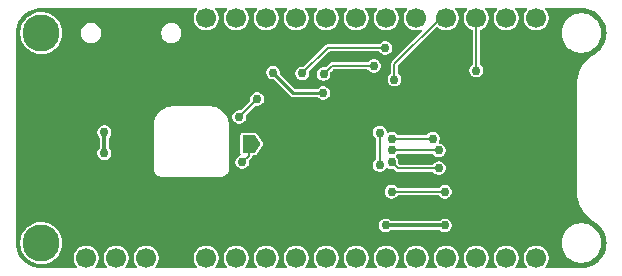
<source format=gbr>
%TF.GenerationSoftware,KiCad,Pcbnew,9.0.3*%
%TF.CreationDate,2025-08-05T15:38:48-04:00*%
%TF.ProjectId,weather-featherwing,77656174-6865-4722-9d66-656174686572,1.4.0*%
%TF.SameCoordinates,Original*%
%TF.FileFunction,Copper,L2,Bot*%
%TF.FilePolarity,Positive*%
%FSLAX46Y46*%
G04 Gerber Fmt 4.6, Leading zero omitted, Abs format (unit mm)*
G04 Created by KiCad (PCBNEW 9.0.3) date 2025-08-05 15:38:48*
%MOMM*%
%LPD*%
G01*
G04 APERTURE LIST*
G04 Aperture macros list*
%AMFreePoly0*
4,1,6,1.000000,0.000000,0.500000,-0.750000,-0.500000,-0.750000,-0.500000,0.750000,0.500000,0.750000,1.000000,0.000000,1.000000,0.000000,$1*%
%AMFreePoly1*
4,1,6,0.500000,-0.750000,-0.650000,-0.750000,-0.150000,0.000000,-0.650000,0.750000,0.500000,0.750000,0.500000,-0.750000,0.500000,-0.750000,$1*%
G04 Aperture macros list end*
%TA.AperFunction,ComponentPad*%
%ADD10C,3.140000*%
%TD*%
%TA.AperFunction,SMDPad,CuDef*%
%ADD11FreePoly0,0.000000*%
%TD*%
%TA.AperFunction,SMDPad,CuDef*%
%ADD12FreePoly1,0.000000*%
%TD*%
%TA.AperFunction,ComponentPad*%
%ADD13C,1.700000*%
%TD*%
%TA.AperFunction,ViaPad*%
%ADD14C,0.750000*%
%TD*%
%TA.AperFunction,Conductor*%
%ADD15C,0.250000*%
%TD*%
%TA.AperFunction,Conductor*%
%ADD16C,0.350000*%
%TD*%
%TA.AperFunction,Conductor*%
%ADD17C,0.200000*%
%TD*%
G04 APERTURE END LIST*
D10*
%TO.P,H1,*%
%TO.N,*%
X116840000Y-99060000D03*
%TD*%
%TO.P,H2,*%
%TO.N,*%
X116840000Y-116840000D03*
%TD*%
D11*
%TO.P,JP1,1,A*%
%TO.N,/ADDR*%
X134403000Y-108458000D03*
D12*
%TO.P,JP1,2,B*%
%TO.N,VSS*%
X135853000Y-108458000D03*
%TD*%
D13*
%TO.P,J2,17,Pin_17*%
%TO.N,/SDA*%
X158750000Y-97790000D03*
%TO.P,J2,18,Pin_18*%
%TO.N,/SCL*%
X156210000Y-97790000D03*
%TO.P,J2,19,Pin_19*%
%TO.N,/CS_SD*%
X153670000Y-97790000D03*
%TO.P,J2,20,Pin_20*%
%TO.N,/CD*%
X151130000Y-97790000D03*
%TO.P,J2,21,Pin_21*%
%TO.N,/NP_DIN*%
X148590000Y-97790000D03*
%TO.P,J2,22,Pin_22*%
%TO.N,/D10*%
X146050000Y-97790000D03*
%TO.P,J2,23,3*%
%TO.N,/D11*%
X143510000Y-97790000D03*
%TO.P,J2,24,Pin_24*%
%TO.N,/D12*%
X140970000Y-97790000D03*
%TO.P,J2,25,Pin_25*%
%TO.N,/D13*%
X138430000Y-97790000D03*
%TO.P,J2,26,Pin_26*%
%TO.N,/USB*%
X135890000Y-97790000D03*
%TO.P,J2,27,Pin_27*%
%TO.N,/EN*%
X133350000Y-97790000D03*
%TO.P,J2,28,Pin_28*%
%TO.N,/BAT*%
X130810000Y-97790000D03*
%TD*%
%TO.P,J1,1,Pin_1*%
%TO.N,/RST*%
X120650000Y-118110000D03*
%TO.P,J1,2,Pin_2*%
%TO.N,+3V3*%
X123190000Y-118110000D03*
%TO.P,J1,3,Pin_3*%
X125730000Y-118110000D03*
%TO.P,J1,4,Pin_4*%
%TO.N,VSS*%
X128270000Y-118110000D03*
%TO.P,J1,5,Pin_5*%
%TO.N,/A0*%
X130810000Y-118110000D03*
%TO.P,J1,6,Pin_6*%
%TO.N,/A1*%
X133350000Y-118110000D03*
%TO.P,J1,7,Pin_7*%
%TO.N,/A2*%
X135890000Y-118110000D03*
%TO.P,J1,8,Pin_8*%
%TO.N,/A3*%
X138430000Y-118110000D03*
%TO.P,J1,9,Pin_9*%
%TO.N,/A4*%
X140970000Y-118110000D03*
%TO.P,J1,10,Pin_10*%
%TO.N,/A5*%
X143510000Y-118110000D03*
%TO.P,J1,11,Pin_11*%
%TO.N,/SCK*%
X146050000Y-118110000D03*
%TO.P,J1,12,Pin_12*%
%TO.N,/MOSI*%
X148590000Y-118110000D03*
%TO.P,J1,13,Pin_13*%
%TO.N,/MISO*%
X151130000Y-118110000D03*
%TO.P,J1,14,Pin_14*%
%TO.N,/RX*%
X153670000Y-118110000D03*
%TO.P,J1,15,Pin_15*%
%TO.N,/TX*%
X156210000Y-118110000D03*
%TO.P,J1,16,Pin_16*%
%TO.N,/DBG*%
X158750000Y-118110000D03*
%TD*%
D14*
%TO.N,+3V3*%
X140716000Y-104140000D03*
X146000000Y-115350000D03*
X151000000Y-115350000D03*
X136460000Y-102412800D03*
X122174000Y-107467400D03*
X122174000Y-109220000D03*
%TO.N,/SCK*%
X150500000Y-109000000D03*
X146500000Y-109000000D03*
%TO.N,/MOSI*%
X150000000Y-108000000D03*
X146500000Y-108000000D03*
%TO.N,/MISO*%
X150500000Y-110500000D03*
X146500000Y-110000000D03*
%TO.N,/CS_SD*%
X153670000Y-102250000D03*
%TO.N,VSS*%
X149860000Y-106045000D03*
X137160000Y-112776000D03*
X152400000Y-114300000D03*
X116840000Y-106680000D03*
X139700000Y-109220000D03*
X157480000Y-104140000D03*
X119380000Y-116840000D03*
X139700000Y-104902000D03*
X123190000Y-102870000D03*
X119380000Y-104140000D03*
X119380000Y-111760000D03*
X124460000Y-114300000D03*
X160020000Y-104140000D03*
X121920000Y-114300000D03*
X133350000Y-100330000D03*
X134620000Y-114300000D03*
X124460000Y-104140000D03*
X116840000Y-109220000D03*
X139700000Y-114300000D03*
X121920000Y-104140000D03*
X152400000Y-110490000D03*
X138684000Y-100965000D03*
X157607000Y-111760000D03*
X139700000Y-111760000D03*
X154940000Y-114300000D03*
X128270000Y-102870000D03*
X159258000Y-101473000D03*
X124460000Y-106680000D03*
X160020000Y-106680000D03*
X137160000Y-114300000D03*
X157480000Y-106680000D03*
X137160000Y-109220000D03*
X157607000Y-109220000D03*
X124460000Y-101600000D03*
X137860000Y-102412800D03*
X124460000Y-116840000D03*
X121920000Y-111760000D03*
X121920000Y-116840000D03*
X152400000Y-116840000D03*
X152400000Y-99060000D03*
X134620000Y-111760000D03*
X116840000Y-111760000D03*
X125730000Y-102870000D03*
X127000000Y-116840000D03*
X157607000Y-100203000D03*
X152400000Y-104140000D03*
X116840000Y-101600000D03*
X160020000Y-109220000D03*
X130810000Y-102870000D03*
X129540000Y-114300000D03*
X157480000Y-116840000D03*
X146685000Y-106045000D03*
X133350000Y-102870000D03*
X157480000Y-101600000D03*
X120650000Y-102870000D03*
X116840000Y-104140000D03*
X128828800Y-113741200D03*
X129540000Y-116840000D03*
X149860000Y-104140000D03*
X139700000Y-106680000D03*
X154940000Y-116840000D03*
%TO.N,/CD*%
X145500000Y-110250000D03*
X145500000Y-107500000D03*
X146735800Y-103000000D03*
%TO.N,/SDA*%
X145000000Y-101850000D03*
X140741400Y-102539800D03*
%TO.N,/SCL*%
X133604000Y-106172000D03*
X145973800Y-100330000D03*
X138938000Y-102489000D03*
X135128000Y-104648000D03*
%TO.N,/DAT1*%
X151000000Y-112500000D03*
X146500000Y-112500000D03*
%TO.N,/ADDR*%
X133858000Y-109982000D03*
%TD*%
D15*
%TO.N,+3V3*%
X138187200Y-104140000D02*
X140716000Y-104140000D01*
X136460000Y-102412800D02*
X138187200Y-104140000D01*
D16*
X122174000Y-109220000D02*
X122174000Y-107467400D01*
X151000000Y-115350000D02*
X146000000Y-115350000D01*
D17*
%TO.N,/SCK*%
X150500000Y-109000000D02*
X146500000Y-109000000D01*
%TO.N,/MOSI*%
X146500000Y-108000000D02*
X150000000Y-108000000D01*
%TO.N,/MISO*%
X147000000Y-110500000D02*
X146500000Y-110000000D01*
X150500000Y-110500000D02*
X147000000Y-110500000D01*
%TO.N,/CS_SD*%
X153670000Y-97790000D02*
X153670000Y-102250000D01*
%TO.N,/CD*%
X150647400Y-97790000D02*
X151130000Y-97790000D01*
X145500000Y-107500000D02*
X145500000Y-110250000D01*
X146735800Y-103000000D02*
X146735800Y-101701600D01*
X146735800Y-101701600D02*
X150647400Y-97790000D01*
%TO.N,/SDA*%
X145000000Y-101850000D02*
X141431200Y-101850000D01*
X141431200Y-101850000D02*
X140741400Y-102539800D01*
%TO.N,/SCL*%
X141102000Y-100325000D02*
X145968800Y-100325000D01*
X145968800Y-100325000D02*
X145973800Y-100330000D01*
X138938000Y-102489000D02*
X141102000Y-100325000D01*
X133604000Y-106172000D02*
X135128000Y-104648000D01*
%TO.N,/DAT1*%
X151000000Y-112500000D02*
X146500000Y-112500000D01*
%TO.N,/ADDR*%
X134403000Y-109437000D02*
X133858000Y-109982000D01*
X134403000Y-108458000D02*
X134403000Y-109437000D01*
%TD*%
%TA.AperFunction,Conductor*%
%TO.N,VSS*%
G36*
X130013052Y-96939407D02*
G01*
X130049016Y-96988907D01*
X130049016Y-97050093D01*
X130024866Y-97089501D01*
X129994023Y-97120345D01*
X129994020Y-97120348D01*
X129879058Y-97292402D01*
X129799869Y-97483581D01*
X129759500Y-97686532D01*
X129759500Y-97893467D01*
X129799869Y-98096418D01*
X129879058Y-98287597D01*
X129963767Y-98414374D01*
X129994023Y-98459655D01*
X130140345Y-98605977D01*
X130312402Y-98720941D01*
X130503580Y-98800130D01*
X130706535Y-98840500D01*
X130706536Y-98840500D01*
X130913464Y-98840500D01*
X130913465Y-98840500D01*
X131116420Y-98800130D01*
X131307598Y-98720941D01*
X131479655Y-98605977D01*
X131625977Y-98459655D01*
X131740941Y-98287598D01*
X131820130Y-98096420D01*
X131860500Y-97893465D01*
X131860500Y-97686535D01*
X131820130Y-97483580D01*
X131740941Y-97292402D01*
X131625977Y-97120345D01*
X131595133Y-97089501D01*
X131567358Y-97034987D01*
X131576929Y-96974555D01*
X131620194Y-96931290D01*
X131665139Y-96920500D01*
X132494861Y-96920500D01*
X132553052Y-96939407D01*
X132589016Y-96988907D01*
X132589016Y-97050093D01*
X132564866Y-97089501D01*
X132534023Y-97120345D01*
X132534020Y-97120348D01*
X132419058Y-97292402D01*
X132339869Y-97483581D01*
X132299500Y-97686532D01*
X132299500Y-97893467D01*
X132339869Y-98096418D01*
X132419058Y-98287597D01*
X132503767Y-98414374D01*
X132534023Y-98459655D01*
X132680345Y-98605977D01*
X132852402Y-98720941D01*
X133043580Y-98800130D01*
X133246535Y-98840500D01*
X133246536Y-98840500D01*
X133453464Y-98840500D01*
X133453465Y-98840500D01*
X133656420Y-98800130D01*
X133847598Y-98720941D01*
X134019655Y-98605977D01*
X134165977Y-98459655D01*
X134280941Y-98287598D01*
X134360130Y-98096420D01*
X134400500Y-97893465D01*
X134400500Y-97686535D01*
X134360130Y-97483580D01*
X134280941Y-97292402D01*
X134165977Y-97120345D01*
X134135133Y-97089501D01*
X134107358Y-97034987D01*
X134116929Y-96974555D01*
X134160194Y-96931290D01*
X134205139Y-96920500D01*
X135034861Y-96920500D01*
X135093052Y-96939407D01*
X135129016Y-96988907D01*
X135129016Y-97050093D01*
X135104866Y-97089501D01*
X135074023Y-97120345D01*
X135074020Y-97120348D01*
X134959058Y-97292402D01*
X134879869Y-97483581D01*
X134839500Y-97686532D01*
X134839500Y-97893467D01*
X134879869Y-98096418D01*
X134959058Y-98287597D01*
X135043767Y-98414374D01*
X135074023Y-98459655D01*
X135220345Y-98605977D01*
X135392402Y-98720941D01*
X135583580Y-98800130D01*
X135786535Y-98840500D01*
X135786536Y-98840500D01*
X135993464Y-98840500D01*
X135993465Y-98840500D01*
X136196420Y-98800130D01*
X136387598Y-98720941D01*
X136559655Y-98605977D01*
X136705977Y-98459655D01*
X136820941Y-98287598D01*
X136900130Y-98096420D01*
X136940500Y-97893465D01*
X136940500Y-97686535D01*
X136900130Y-97483580D01*
X136820941Y-97292402D01*
X136705977Y-97120345D01*
X136675133Y-97089501D01*
X136647358Y-97034987D01*
X136656929Y-96974555D01*
X136700194Y-96931290D01*
X136745139Y-96920500D01*
X137574861Y-96920500D01*
X137633052Y-96939407D01*
X137669016Y-96988907D01*
X137669016Y-97050093D01*
X137644866Y-97089501D01*
X137614023Y-97120345D01*
X137614020Y-97120348D01*
X137499058Y-97292402D01*
X137419869Y-97483581D01*
X137379500Y-97686532D01*
X137379500Y-97893467D01*
X137419869Y-98096418D01*
X137499058Y-98287597D01*
X137583767Y-98414374D01*
X137614023Y-98459655D01*
X137760345Y-98605977D01*
X137932402Y-98720941D01*
X138123580Y-98800130D01*
X138326535Y-98840500D01*
X138326536Y-98840500D01*
X138533464Y-98840500D01*
X138533465Y-98840500D01*
X138736420Y-98800130D01*
X138927598Y-98720941D01*
X139099655Y-98605977D01*
X139245977Y-98459655D01*
X139360941Y-98287598D01*
X139440130Y-98096420D01*
X139480500Y-97893465D01*
X139480500Y-97686535D01*
X139440130Y-97483580D01*
X139360941Y-97292402D01*
X139245977Y-97120345D01*
X139215133Y-97089501D01*
X139187358Y-97034987D01*
X139196929Y-96974555D01*
X139240194Y-96931290D01*
X139285139Y-96920500D01*
X140114861Y-96920500D01*
X140173052Y-96939407D01*
X140209016Y-96988907D01*
X140209016Y-97050093D01*
X140184866Y-97089501D01*
X140154023Y-97120345D01*
X140154020Y-97120348D01*
X140039058Y-97292402D01*
X139959869Y-97483581D01*
X139919500Y-97686532D01*
X139919500Y-97893467D01*
X139959869Y-98096418D01*
X140039058Y-98287597D01*
X140123767Y-98414374D01*
X140154023Y-98459655D01*
X140300345Y-98605977D01*
X140472402Y-98720941D01*
X140663580Y-98800130D01*
X140866535Y-98840500D01*
X140866536Y-98840500D01*
X141073464Y-98840500D01*
X141073465Y-98840500D01*
X141276420Y-98800130D01*
X141467598Y-98720941D01*
X141639655Y-98605977D01*
X141785977Y-98459655D01*
X141900941Y-98287598D01*
X141980130Y-98096420D01*
X142020500Y-97893465D01*
X142020500Y-97686535D01*
X141980130Y-97483580D01*
X141900941Y-97292402D01*
X141785977Y-97120345D01*
X141755133Y-97089501D01*
X141727358Y-97034987D01*
X141736929Y-96974555D01*
X141780194Y-96931290D01*
X141825139Y-96920500D01*
X142654861Y-96920500D01*
X142713052Y-96939407D01*
X142749016Y-96988907D01*
X142749016Y-97050093D01*
X142724866Y-97089501D01*
X142694023Y-97120345D01*
X142694020Y-97120348D01*
X142579058Y-97292402D01*
X142499869Y-97483581D01*
X142459500Y-97686532D01*
X142459500Y-97893467D01*
X142499869Y-98096418D01*
X142579058Y-98287597D01*
X142663767Y-98414374D01*
X142694023Y-98459655D01*
X142840345Y-98605977D01*
X143012402Y-98720941D01*
X143203580Y-98800130D01*
X143406535Y-98840500D01*
X143406536Y-98840500D01*
X143613464Y-98840500D01*
X143613465Y-98840500D01*
X143816420Y-98800130D01*
X144007598Y-98720941D01*
X144179655Y-98605977D01*
X144325977Y-98459655D01*
X144440941Y-98287598D01*
X144520130Y-98096420D01*
X144560500Y-97893465D01*
X144560500Y-97686535D01*
X144520130Y-97483580D01*
X144440941Y-97292402D01*
X144325977Y-97120345D01*
X144295133Y-97089501D01*
X144267358Y-97034987D01*
X144276929Y-96974555D01*
X144320194Y-96931290D01*
X144365139Y-96920500D01*
X145194861Y-96920500D01*
X145253052Y-96939407D01*
X145289016Y-96988907D01*
X145289016Y-97050093D01*
X145264866Y-97089501D01*
X145234023Y-97120345D01*
X145234020Y-97120348D01*
X145119058Y-97292402D01*
X145039869Y-97483581D01*
X144999500Y-97686532D01*
X144999500Y-97893467D01*
X145039869Y-98096418D01*
X145119058Y-98287597D01*
X145203767Y-98414374D01*
X145234023Y-98459655D01*
X145380345Y-98605977D01*
X145552402Y-98720941D01*
X145743580Y-98800130D01*
X145946535Y-98840500D01*
X145946536Y-98840500D01*
X146153464Y-98840500D01*
X146153465Y-98840500D01*
X146356420Y-98800130D01*
X146547598Y-98720941D01*
X146719655Y-98605977D01*
X146865977Y-98459655D01*
X146980941Y-98287598D01*
X147060130Y-98096420D01*
X147100500Y-97893465D01*
X147100500Y-97686535D01*
X147060130Y-97483580D01*
X146980941Y-97292402D01*
X146865977Y-97120345D01*
X146835133Y-97089501D01*
X146807358Y-97034987D01*
X146816929Y-96974555D01*
X146860194Y-96931290D01*
X146905139Y-96920500D01*
X147734861Y-96920500D01*
X147793052Y-96939407D01*
X147829016Y-96988907D01*
X147829016Y-97050093D01*
X147804866Y-97089501D01*
X147774023Y-97120345D01*
X147774020Y-97120348D01*
X147659058Y-97292402D01*
X147579869Y-97483581D01*
X147539500Y-97686532D01*
X147539500Y-97893467D01*
X147579869Y-98096418D01*
X147659058Y-98287597D01*
X147743767Y-98414374D01*
X147774023Y-98459655D01*
X147920345Y-98605977D01*
X148092402Y-98720941D01*
X148283580Y-98800130D01*
X148486535Y-98840500D01*
X148486536Y-98840500D01*
X148693464Y-98840500D01*
X148693465Y-98840500D01*
X148896420Y-98800130D01*
X148975838Y-98767233D01*
X149036831Y-98762433D01*
X149089001Y-98794402D01*
X149112416Y-98850930D01*
X149098133Y-98910425D01*
X149083725Y-98928702D01*
X146551289Y-101461140D01*
X146551288Y-101461139D01*
X146495339Y-101517089D01*
X146455780Y-101585607D01*
X146455778Y-101585611D01*
X146435300Y-101662035D01*
X146435300Y-102451805D01*
X146416393Y-102509996D01*
X146385804Y-102537539D01*
X146382439Y-102539481D01*
X146275281Y-102646639D01*
X146199520Y-102777860D01*
X146197264Y-102786281D01*
X146160300Y-102924234D01*
X146160300Y-103075766D01*
X146170893Y-103115300D01*
X146199520Y-103222139D01*
X146275281Y-103353360D01*
X146275283Y-103353362D01*
X146275285Y-103353365D01*
X146382435Y-103460515D01*
X146382437Y-103460516D01*
X146382439Y-103460518D01*
X146513661Y-103536279D01*
X146513659Y-103536279D01*
X146513663Y-103536280D01*
X146513665Y-103536281D01*
X146660034Y-103575500D01*
X146660036Y-103575500D01*
X146811564Y-103575500D01*
X146811566Y-103575500D01*
X146957935Y-103536281D01*
X146957937Y-103536279D01*
X146957939Y-103536279D01*
X147089160Y-103460518D01*
X147089160Y-103460517D01*
X147089165Y-103460515D01*
X147196315Y-103353365D01*
X147272081Y-103222135D01*
X147311300Y-103075766D01*
X147311300Y-102924234D01*
X147272081Y-102777865D01*
X147272079Y-102777862D01*
X147272079Y-102777860D01*
X147196318Y-102646639D01*
X147196316Y-102646637D01*
X147196315Y-102646635D01*
X147089165Y-102539485D01*
X147089162Y-102539483D01*
X147089160Y-102539481D01*
X147085796Y-102537539D01*
X147044857Y-102492068D01*
X147036300Y-102451805D01*
X147036300Y-101867078D01*
X147055207Y-101808887D01*
X147065290Y-101797080D01*
X150288367Y-98574002D01*
X150342882Y-98546227D01*
X150403314Y-98555798D01*
X150428369Y-98574001D01*
X150460345Y-98605977D01*
X150632402Y-98720941D01*
X150823580Y-98800130D01*
X151026535Y-98840500D01*
X151026536Y-98840500D01*
X151233464Y-98840500D01*
X151233465Y-98840500D01*
X151436420Y-98800130D01*
X151627598Y-98720941D01*
X151799655Y-98605977D01*
X151945977Y-98459655D01*
X152060941Y-98287598D01*
X152140130Y-98096420D01*
X152180500Y-97893465D01*
X152180500Y-97686535D01*
X152140130Y-97483580D01*
X152060941Y-97292402D01*
X151945977Y-97120345D01*
X151915133Y-97089501D01*
X151887358Y-97034987D01*
X151896929Y-96974555D01*
X151940194Y-96931290D01*
X151985139Y-96920500D01*
X152814861Y-96920500D01*
X152873052Y-96939407D01*
X152909016Y-96988907D01*
X152909016Y-97050093D01*
X152884866Y-97089501D01*
X152854023Y-97120345D01*
X152854020Y-97120348D01*
X152739058Y-97292402D01*
X152659869Y-97483581D01*
X152619500Y-97686532D01*
X152619500Y-97893467D01*
X152659869Y-98096418D01*
X152739058Y-98287597D01*
X152823767Y-98414374D01*
X152854023Y-98459655D01*
X153000345Y-98605977D01*
X153172402Y-98720941D01*
X153308385Y-98777267D01*
X153354911Y-98817003D01*
X153369500Y-98868731D01*
X153369500Y-101701805D01*
X153350593Y-101759996D01*
X153320004Y-101787539D01*
X153316639Y-101789481D01*
X153209481Y-101896639D01*
X153133720Y-102027860D01*
X153133719Y-102027865D01*
X153094500Y-102174234D01*
X153094500Y-102325766D01*
X153110715Y-102386281D01*
X153133720Y-102472139D01*
X153209481Y-102603360D01*
X153209483Y-102603362D01*
X153209485Y-102603365D01*
X153316635Y-102710515D01*
X153316637Y-102710516D01*
X153316639Y-102710518D01*
X153447861Y-102786279D01*
X153447859Y-102786279D01*
X153447863Y-102786280D01*
X153447865Y-102786281D01*
X153594234Y-102825500D01*
X153594236Y-102825500D01*
X153745764Y-102825500D01*
X153745766Y-102825500D01*
X153892135Y-102786281D01*
X153892137Y-102786279D01*
X153892139Y-102786279D01*
X154023360Y-102710518D01*
X154023360Y-102710517D01*
X154023365Y-102710515D01*
X154130515Y-102603365D01*
X154152800Y-102564766D01*
X154206279Y-102472139D01*
X154206279Y-102472137D01*
X154206281Y-102472135D01*
X154245500Y-102325766D01*
X154245500Y-102174234D01*
X154206281Y-102027865D01*
X154206279Y-102027862D01*
X154206279Y-102027860D01*
X154130518Y-101896639D01*
X154130516Y-101896637D01*
X154130515Y-101896635D01*
X154023365Y-101789485D01*
X154023362Y-101789483D01*
X154023360Y-101789481D01*
X154019996Y-101787539D01*
X153979057Y-101742068D01*
X153970500Y-101701805D01*
X153970500Y-98950509D01*
X160889500Y-98950509D01*
X160889500Y-99169490D01*
X160918082Y-99386590D01*
X160918082Y-99386595D01*
X160974758Y-99598116D01*
X161058557Y-99800423D01*
X161084147Y-99844747D01*
X161160294Y-99976638D01*
X161168052Y-99990074D01*
X161301351Y-100163793D01*
X161301353Y-100163795D01*
X161301357Y-100163800D01*
X161456200Y-100318643D01*
X161456204Y-100318646D01*
X161456206Y-100318648D01*
X161553383Y-100393214D01*
X161629929Y-100451950D01*
X161819572Y-100561440D01*
X161819573Y-100561440D01*
X161819576Y-100561442D01*
X161977167Y-100626719D01*
X162021883Y-100645241D01*
X162233402Y-100701917D01*
X162450510Y-100730500D01*
X162450511Y-100730500D01*
X162669489Y-100730500D01*
X162669490Y-100730500D01*
X162886598Y-100701917D01*
X163098117Y-100645241D01*
X163300428Y-100561440D01*
X163490071Y-100451950D01*
X163663800Y-100318643D01*
X163818643Y-100163800D01*
X163951950Y-99990071D01*
X164061440Y-99800428D01*
X164145241Y-99598117D01*
X164201917Y-99386598D01*
X164230500Y-99169490D01*
X164230500Y-98950510D01*
X164201917Y-98733402D01*
X164145241Y-98521883D01*
X164061440Y-98319572D01*
X163951950Y-98129929D01*
X163849233Y-97996065D01*
X163818648Y-97956206D01*
X163818646Y-97956204D01*
X163818643Y-97956200D01*
X163663800Y-97801357D01*
X163663795Y-97801353D01*
X163663793Y-97801351D01*
X163490074Y-97668052D01*
X163433491Y-97635384D01*
X163356768Y-97591088D01*
X163300423Y-97558557D01*
X163098116Y-97474758D01*
X162953641Y-97436047D01*
X162886598Y-97418083D01*
X162886595Y-97418082D01*
X162886593Y-97418082D01*
X162669490Y-97389500D01*
X162450510Y-97389500D01*
X162450509Y-97389500D01*
X162233409Y-97418082D01*
X162233404Y-97418082D01*
X162021883Y-97474758D01*
X161819576Y-97558557D01*
X161629925Y-97668052D01*
X161456206Y-97801351D01*
X161301351Y-97956206D01*
X161168052Y-98129925D01*
X161058557Y-98319576D01*
X160974758Y-98521883D01*
X160918082Y-98733404D01*
X160918082Y-98733409D01*
X160889500Y-98950509D01*
X153970500Y-98950509D01*
X153970500Y-98868731D01*
X153989407Y-98810540D01*
X154031614Y-98777267D01*
X154167598Y-98720941D01*
X154339655Y-98605977D01*
X154485977Y-98459655D01*
X154600941Y-98287598D01*
X154680130Y-98096420D01*
X154720500Y-97893465D01*
X154720500Y-97686535D01*
X154680130Y-97483580D01*
X154600941Y-97292402D01*
X154485977Y-97120345D01*
X154455133Y-97089501D01*
X154427358Y-97034987D01*
X154436929Y-96974555D01*
X154480194Y-96931290D01*
X154525139Y-96920500D01*
X155354861Y-96920500D01*
X155413052Y-96939407D01*
X155449016Y-96988907D01*
X155449016Y-97050093D01*
X155424866Y-97089501D01*
X155394023Y-97120345D01*
X155394020Y-97120348D01*
X155279058Y-97292402D01*
X155199869Y-97483581D01*
X155159500Y-97686532D01*
X155159500Y-97893467D01*
X155199869Y-98096418D01*
X155279058Y-98287597D01*
X155363767Y-98414374D01*
X155394023Y-98459655D01*
X155540345Y-98605977D01*
X155712402Y-98720941D01*
X155903580Y-98800130D01*
X156106535Y-98840500D01*
X156106536Y-98840500D01*
X156313464Y-98840500D01*
X156313465Y-98840500D01*
X156516420Y-98800130D01*
X156707598Y-98720941D01*
X156879655Y-98605977D01*
X157025977Y-98459655D01*
X157140941Y-98287598D01*
X157220130Y-98096420D01*
X157260500Y-97893465D01*
X157260500Y-97686535D01*
X157220130Y-97483580D01*
X157140941Y-97292402D01*
X157025977Y-97120345D01*
X156995133Y-97089501D01*
X156967358Y-97034987D01*
X156976929Y-96974555D01*
X157020194Y-96931290D01*
X157065139Y-96920500D01*
X157894861Y-96920500D01*
X157953052Y-96939407D01*
X157989016Y-96988907D01*
X157989016Y-97050093D01*
X157964866Y-97089501D01*
X157934023Y-97120345D01*
X157934020Y-97120348D01*
X157819058Y-97292402D01*
X157739869Y-97483581D01*
X157699500Y-97686532D01*
X157699500Y-97893467D01*
X157739869Y-98096418D01*
X157819058Y-98287597D01*
X157903767Y-98414374D01*
X157934023Y-98459655D01*
X158080345Y-98605977D01*
X158252402Y-98720941D01*
X158443580Y-98800130D01*
X158646535Y-98840500D01*
X158646536Y-98840500D01*
X158853464Y-98840500D01*
X158853465Y-98840500D01*
X159056420Y-98800130D01*
X159247598Y-98720941D01*
X159419655Y-98605977D01*
X159565977Y-98459655D01*
X159680941Y-98287598D01*
X159760130Y-98096420D01*
X159800500Y-97893465D01*
X159800500Y-97686535D01*
X159760130Y-97483580D01*
X159680941Y-97292402D01*
X159565977Y-97120345D01*
X159535133Y-97089501D01*
X159507358Y-97034987D01*
X159516929Y-96974555D01*
X159560194Y-96931290D01*
X159605139Y-96920500D01*
X162502417Y-96920500D01*
X162556759Y-96920500D01*
X162563234Y-96920712D01*
X162832789Y-96938379D01*
X162845617Y-96940068D01*
X163107392Y-96992138D01*
X163119881Y-96995485D01*
X163372614Y-97081276D01*
X163384562Y-97086225D01*
X163623944Y-97204275D01*
X163635132Y-97210735D01*
X163857056Y-97359020D01*
X163867319Y-97366896D01*
X163990314Y-97474759D01*
X164067976Y-97542866D01*
X164077131Y-97552021D01*
X164229716Y-97726011D01*
X164253102Y-97752678D01*
X164260981Y-97762945D01*
X164409261Y-97984862D01*
X164415726Y-97996060D01*
X164515427Y-98198234D01*
X164533770Y-98235429D01*
X164538726Y-98247394D01*
X164624511Y-98500109D01*
X164627863Y-98512617D01*
X164679930Y-98774377D01*
X164681620Y-98787216D01*
X164699100Y-99053897D01*
X164699145Y-99066112D01*
X164685450Y-99301919D01*
X164684122Y-99313321D01*
X164643156Y-99546339D01*
X164640516Y-99557511D01*
X164572854Y-99784210D01*
X164568939Y-99795001D01*
X164475485Y-100012356D01*
X164470346Y-100022621D01*
X164352370Y-100227679D01*
X164346078Y-100237281D01*
X164205151Y-100427311D01*
X164197791Y-100436119D01*
X164035812Y-100608562D01*
X164027480Y-100616460D01*
X163846628Y-100768992D01*
X163837439Y-100775871D01*
X163637761Y-100908021D01*
X163632905Y-100911037D01*
X163632885Y-100911048D01*
X163632885Y-100911049D01*
X163631748Y-100911709D01*
X163626792Y-100914592D01*
X163585576Y-100938556D01*
X163585543Y-100938589D01*
X163579683Y-100941999D01*
X163579679Y-100941999D01*
X163579669Y-100942007D01*
X163497305Y-100989904D01*
X163240199Y-101179393D01*
X163240198Y-101179395D01*
X163005132Y-101395610D01*
X163005128Y-101395614D01*
X162794854Y-101636022D01*
X162611846Y-101897798D01*
X162611846Y-101897799D01*
X162458280Y-102177829D01*
X162458271Y-102177850D01*
X162335932Y-102472873D01*
X162335924Y-102472895D01*
X162246259Y-102779424D01*
X162190314Y-103093890D01*
X162168755Y-103412551D01*
X162168755Y-103412557D01*
X162174861Y-103561844D01*
X162174944Y-103565890D01*
X162174944Y-112333864D01*
X162174861Y-112337910D01*
X162168745Y-112487442D01*
X162168745Y-112487448D01*
X162190304Y-112806111D01*
X162190304Y-112806115D01*
X162190305Y-112806118D01*
X162213136Y-112934451D01*
X162246249Y-113120577D01*
X162335914Y-113427108D01*
X162335919Y-113427122D01*
X162335920Y-113427125D01*
X162458264Y-113722160D01*
X162458266Y-113722164D01*
X162458271Y-113722175D01*
X162611837Y-114002205D01*
X162611837Y-114002206D01*
X162794846Y-114263983D01*
X163005121Y-114504392D01*
X163005125Y-114504396D01*
X163240188Y-114720608D01*
X163240195Y-114720614D01*
X163381870Y-114825031D01*
X163497300Y-114910105D01*
X163497304Y-114910107D01*
X163497305Y-114910108D01*
X163585564Y-114961431D01*
X163585576Y-114961444D01*
X163632885Y-114988950D01*
X163637712Y-114991947D01*
X163837450Y-115124137D01*
X163846619Y-115131001D01*
X164016445Y-115274234D01*
X164027480Y-115283541D01*
X164035808Y-115291435D01*
X164197792Y-115463881D01*
X164205141Y-115472675D01*
X164285735Y-115581351D01*
X164346081Y-115662723D01*
X164352364Y-115672311D01*
X164470346Y-115877378D01*
X164475484Y-115887643D01*
X164568938Y-116104998D01*
X164572853Y-116115789D01*
X164640515Y-116342488D01*
X164643155Y-116353660D01*
X164684121Y-116586678D01*
X164685449Y-116598080D01*
X164699144Y-116833899D01*
X164699099Y-116846114D01*
X164681620Y-117112783D01*
X164679930Y-117125622D01*
X164627863Y-117387382D01*
X164624511Y-117399890D01*
X164538726Y-117652605D01*
X164533770Y-117664570D01*
X164415729Y-117903934D01*
X164409257Y-117915143D01*
X164374572Y-117967054D01*
X164260985Y-118137048D01*
X164253102Y-118147321D01*
X164077133Y-118347976D01*
X164067976Y-118357133D01*
X163867321Y-118533102D01*
X163857048Y-118540985D01*
X163635143Y-118689257D01*
X163623934Y-118695729D01*
X163384570Y-118813770D01*
X163372605Y-118818726D01*
X163119890Y-118904511D01*
X163107382Y-118907863D01*
X162845622Y-118959930D01*
X162832783Y-118961620D01*
X162563234Y-118979288D01*
X162556759Y-118979500D01*
X159605139Y-118979500D01*
X159546948Y-118960593D01*
X159510984Y-118911093D01*
X159510984Y-118849907D01*
X159535133Y-118810498D01*
X159565977Y-118779655D01*
X159680941Y-118607598D01*
X159760130Y-118416420D01*
X159800500Y-118213465D01*
X159800500Y-118006535D01*
X159760130Y-117803580D01*
X159680941Y-117612402D01*
X159565977Y-117440345D01*
X159419655Y-117294023D01*
X159419651Y-117294020D01*
X159247597Y-117179058D01*
X159056418Y-117099869D01*
X158853467Y-117059500D01*
X158853465Y-117059500D01*
X158646535Y-117059500D01*
X158646532Y-117059500D01*
X158443581Y-117099869D01*
X158252402Y-117179058D01*
X158080348Y-117294020D01*
X157934020Y-117440348D01*
X157819058Y-117612402D01*
X157739869Y-117803581D01*
X157699500Y-118006532D01*
X157699500Y-118213467D01*
X157739869Y-118416418D01*
X157819058Y-118607597D01*
X157877946Y-118695729D01*
X157934023Y-118779655D01*
X157964866Y-118810498D01*
X157992642Y-118865013D01*
X157983071Y-118925445D01*
X157939806Y-118968710D01*
X157894861Y-118979500D01*
X157065139Y-118979500D01*
X157006948Y-118960593D01*
X156970984Y-118911093D01*
X156970984Y-118849907D01*
X156995133Y-118810498D01*
X157025977Y-118779655D01*
X157140941Y-118607598D01*
X157220130Y-118416420D01*
X157260500Y-118213465D01*
X157260500Y-118006535D01*
X157220130Y-117803580D01*
X157140941Y-117612402D01*
X157025977Y-117440345D01*
X156879655Y-117294023D01*
X156879651Y-117294020D01*
X156707597Y-117179058D01*
X156516418Y-117099869D01*
X156313467Y-117059500D01*
X156313465Y-117059500D01*
X156106535Y-117059500D01*
X156106532Y-117059500D01*
X155903581Y-117099869D01*
X155712402Y-117179058D01*
X155540348Y-117294020D01*
X155394020Y-117440348D01*
X155279058Y-117612402D01*
X155199869Y-117803581D01*
X155159500Y-118006532D01*
X155159500Y-118213467D01*
X155199869Y-118416418D01*
X155279058Y-118607597D01*
X155337946Y-118695729D01*
X155394023Y-118779655D01*
X155424866Y-118810498D01*
X155452642Y-118865013D01*
X155443071Y-118925445D01*
X155399806Y-118968710D01*
X155354861Y-118979500D01*
X154525139Y-118979500D01*
X154466948Y-118960593D01*
X154430984Y-118911093D01*
X154430984Y-118849907D01*
X154455133Y-118810498D01*
X154485977Y-118779655D01*
X154600941Y-118607598D01*
X154680130Y-118416420D01*
X154720500Y-118213465D01*
X154720500Y-118006535D01*
X154680130Y-117803580D01*
X154600941Y-117612402D01*
X154485977Y-117440345D01*
X154339655Y-117294023D01*
X154339651Y-117294020D01*
X154167597Y-117179058D01*
X153976418Y-117099869D01*
X153773467Y-117059500D01*
X153773465Y-117059500D01*
X153566535Y-117059500D01*
X153566532Y-117059500D01*
X153363581Y-117099869D01*
X153172402Y-117179058D01*
X153000348Y-117294020D01*
X152854020Y-117440348D01*
X152739058Y-117612402D01*
X152659869Y-117803581D01*
X152619500Y-118006532D01*
X152619500Y-118213467D01*
X152659869Y-118416418D01*
X152739058Y-118607597D01*
X152797946Y-118695729D01*
X152854023Y-118779655D01*
X152884866Y-118810498D01*
X152912642Y-118865013D01*
X152903071Y-118925445D01*
X152859806Y-118968710D01*
X152814861Y-118979500D01*
X151985139Y-118979500D01*
X151926948Y-118960593D01*
X151890984Y-118911093D01*
X151890984Y-118849907D01*
X151915133Y-118810498D01*
X151945977Y-118779655D01*
X152060941Y-118607598D01*
X152140130Y-118416420D01*
X152180500Y-118213465D01*
X152180500Y-118006535D01*
X152140130Y-117803580D01*
X152060941Y-117612402D01*
X151945977Y-117440345D01*
X151799655Y-117294023D01*
X151799651Y-117294020D01*
X151627597Y-117179058D01*
X151436418Y-117099869D01*
X151233467Y-117059500D01*
X151233465Y-117059500D01*
X151026535Y-117059500D01*
X151026532Y-117059500D01*
X150823581Y-117099869D01*
X150632402Y-117179058D01*
X150460348Y-117294020D01*
X150314020Y-117440348D01*
X150199058Y-117612402D01*
X150119869Y-117803581D01*
X150079500Y-118006532D01*
X150079500Y-118213467D01*
X150119869Y-118416418D01*
X150199058Y-118607597D01*
X150257946Y-118695729D01*
X150314023Y-118779655D01*
X150344866Y-118810498D01*
X150372642Y-118865013D01*
X150363071Y-118925445D01*
X150319806Y-118968710D01*
X150274861Y-118979500D01*
X149445139Y-118979500D01*
X149386948Y-118960593D01*
X149350984Y-118911093D01*
X149350984Y-118849907D01*
X149375133Y-118810498D01*
X149405977Y-118779655D01*
X149520941Y-118607598D01*
X149600130Y-118416420D01*
X149640500Y-118213465D01*
X149640500Y-118006535D01*
X149600130Y-117803580D01*
X149520941Y-117612402D01*
X149405977Y-117440345D01*
X149259655Y-117294023D01*
X149259651Y-117294020D01*
X149087597Y-117179058D01*
X148896418Y-117099869D01*
X148693467Y-117059500D01*
X148693465Y-117059500D01*
X148486535Y-117059500D01*
X148486532Y-117059500D01*
X148283581Y-117099869D01*
X148092402Y-117179058D01*
X147920348Y-117294020D01*
X147774020Y-117440348D01*
X147659058Y-117612402D01*
X147579869Y-117803581D01*
X147539500Y-118006532D01*
X147539500Y-118213467D01*
X147579869Y-118416418D01*
X147659058Y-118607597D01*
X147717946Y-118695729D01*
X147774023Y-118779655D01*
X147804866Y-118810498D01*
X147832642Y-118865013D01*
X147823071Y-118925445D01*
X147779806Y-118968710D01*
X147734861Y-118979500D01*
X146905139Y-118979500D01*
X146846948Y-118960593D01*
X146810984Y-118911093D01*
X146810984Y-118849907D01*
X146835133Y-118810498D01*
X146865977Y-118779655D01*
X146980941Y-118607598D01*
X147060130Y-118416420D01*
X147100500Y-118213465D01*
X147100500Y-118006535D01*
X147060130Y-117803580D01*
X146980941Y-117612402D01*
X146865977Y-117440345D01*
X146719655Y-117294023D01*
X146719651Y-117294020D01*
X146547597Y-117179058D01*
X146356418Y-117099869D01*
X146153467Y-117059500D01*
X146153465Y-117059500D01*
X145946535Y-117059500D01*
X145946532Y-117059500D01*
X145743581Y-117099869D01*
X145552402Y-117179058D01*
X145380348Y-117294020D01*
X145234020Y-117440348D01*
X145119058Y-117612402D01*
X145039869Y-117803581D01*
X144999500Y-118006532D01*
X144999500Y-118213467D01*
X145039869Y-118416418D01*
X145119058Y-118607597D01*
X145177946Y-118695729D01*
X145234023Y-118779655D01*
X145264866Y-118810498D01*
X145292642Y-118865013D01*
X145283071Y-118925445D01*
X145239806Y-118968710D01*
X145194861Y-118979500D01*
X144365139Y-118979500D01*
X144306948Y-118960593D01*
X144270984Y-118911093D01*
X144270984Y-118849907D01*
X144295133Y-118810498D01*
X144325977Y-118779655D01*
X144440941Y-118607598D01*
X144520130Y-118416420D01*
X144560500Y-118213465D01*
X144560500Y-118006535D01*
X144520130Y-117803580D01*
X144440941Y-117612402D01*
X144325977Y-117440345D01*
X144179655Y-117294023D01*
X144179651Y-117294020D01*
X144007597Y-117179058D01*
X143816418Y-117099869D01*
X143613467Y-117059500D01*
X143613465Y-117059500D01*
X143406535Y-117059500D01*
X143406532Y-117059500D01*
X143203581Y-117099869D01*
X143012402Y-117179058D01*
X142840348Y-117294020D01*
X142694020Y-117440348D01*
X142579058Y-117612402D01*
X142499869Y-117803581D01*
X142459500Y-118006532D01*
X142459500Y-118213467D01*
X142499869Y-118416418D01*
X142579058Y-118607597D01*
X142637946Y-118695729D01*
X142694023Y-118779655D01*
X142724866Y-118810498D01*
X142752642Y-118865013D01*
X142743071Y-118925445D01*
X142699806Y-118968710D01*
X142654861Y-118979500D01*
X141825139Y-118979500D01*
X141766948Y-118960593D01*
X141730984Y-118911093D01*
X141730984Y-118849907D01*
X141755133Y-118810498D01*
X141785977Y-118779655D01*
X141900941Y-118607598D01*
X141980130Y-118416420D01*
X142020500Y-118213465D01*
X142020500Y-118006535D01*
X141980130Y-117803580D01*
X141900941Y-117612402D01*
X141785977Y-117440345D01*
X141639655Y-117294023D01*
X141639651Y-117294020D01*
X141467597Y-117179058D01*
X141276418Y-117099869D01*
X141073467Y-117059500D01*
X141073465Y-117059500D01*
X140866535Y-117059500D01*
X140866532Y-117059500D01*
X140663581Y-117099869D01*
X140472402Y-117179058D01*
X140300348Y-117294020D01*
X140154020Y-117440348D01*
X140039058Y-117612402D01*
X139959869Y-117803581D01*
X139919500Y-118006532D01*
X139919500Y-118213467D01*
X139959869Y-118416418D01*
X140039058Y-118607597D01*
X140097946Y-118695729D01*
X140154023Y-118779655D01*
X140184866Y-118810498D01*
X140212642Y-118865013D01*
X140203071Y-118925445D01*
X140159806Y-118968710D01*
X140114861Y-118979500D01*
X139285139Y-118979500D01*
X139226948Y-118960593D01*
X139190984Y-118911093D01*
X139190984Y-118849907D01*
X139215133Y-118810498D01*
X139245977Y-118779655D01*
X139360941Y-118607598D01*
X139440130Y-118416420D01*
X139480500Y-118213465D01*
X139480500Y-118006535D01*
X139440130Y-117803580D01*
X139360941Y-117612402D01*
X139245977Y-117440345D01*
X139099655Y-117294023D01*
X139099651Y-117294020D01*
X138927597Y-117179058D01*
X138736418Y-117099869D01*
X138533467Y-117059500D01*
X138533465Y-117059500D01*
X138326535Y-117059500D01*
X138326532Y-117059500D01*
X138123581Y-117099869D01*
X137932402Y-117179058D01*
X137760348Y-117294020D01*
X137614020Y-117440348D01*
X137499058Y-117612402D01*
X137419869Y-117803581D01*
X137379500Y-118006532D01*
X137379500Y-118213467D01*
X137419869Y-118416418D01*
X137499058Y-118607597D01*
X137557946Y-118695729D01*
X137614023Y-118779655D01*
X137644866Y-118810498D01*
X137672642Y-118865013D01*
X137663071Y-118925445D01*
X137619806Y-118968710D01*
X137574861Y-118979500D01*
X136745139Y-118979500D01*
X136686948Y-118960593D01*
X136650984Y-118911093D01*
X136650984Y-118849907D01*
X136675133Y-118810498D01*
X136705977Y-118779655D01*
X136820941Y-118607598D01*
X136900130Y-118416420D01*
X136940500Y-118213465D01*
X136940500Y-118006535D01*
X136900130Y-117803580D01*
X136820941Y-117612402D01*
X136705977Y-117440345D01*
X136559655Y-117294023D01*
X136559651Y-117294020D01*
X136387597Y-117179058D01*
X136196418Y-117099869D01*
X135993467Y-117059500D01*
X135993465Y-117059500D01*
X135786535Y-117059500D01*
X135786532Y-117059500D01*
X135583581Y-117099869D01*
X135392402Y-117179058D01*
X135220348Y-117294020D01*
X135074020Y-117440348D01*
X134959058Y-117612402D01*
X134879869Y-117803581D01*
X134839500Y-118006532D01*
X134839500Y-118213467D01*
X134879869Y-118416418D01*
X134959058Y-118607597D01*
X135017946Y-118695729D01*
X135074023Y-118779655D01*
X135104866Y-118810498D01*
X135132642Y-118865013D01*
X135123071Y-118925445D01*
X135079806Y-118968710D01*
X135034861Y-118979500D01*
X134205139Y-118979500D01*
X134146948Y-118960593D01*
X134110984Y-118911093D01*
X134110984Y-118849907D01*
X134135133Y-118810498D01*
X134165977Y-118779655D01*
X134280941Y-118607598D01*
X134360130Y-118416420D01*
X134400500Y-118213465D01*
X134400500Y-118006535D01*
X134360130Y-117803580D01*
X134280941Y-117612402D01*
X134165977Y-117440345D01*
X134019655Y-117294023D01*
X134019651Y-117294020D01*
X133847597Y-117179058D01*
X133656418Y-117099869D01*
X133453467Y-117059500D01*
X133453465Y-117059500D01*
X133246535Y-117059500D01*
X133246532Y-117059500D01*
X133043581Y-117099869D01*
X132852402Y-117179058D01*
X132680348Y-117294020D01*
X132534020Y-117440348D01*
X132419058Y-117612402D01*
X132339869Y-117803581D01*
X132299500Y-118006532D01*
X132299500Y-118213467D01*
X132339869Y-118416418D01*
X132419058Y-118607597D01*
X132477946Y-118695729D01*
X132534023Y-118779655D01*
X132564866Y-118810498D01*
X132592642Y-118865013D01*
X132583071Y-118925445D01*
X132539806Y-118968710D01*
X132494861Y-118979500D01*
X131665139Y-118979500D01*
X131606948Y-118960593D01*
X131570984Y-118911093D01*
X131570984Y-118849907D01*
X131595133Y-118810498D01*
X131625977Y-118779655D01*
X131740941Y-118607598D01*
X131820130Y-118416420D01*
X131860500Y-118213465D01*
X131860500Y-118006535D01*
X131820130Y-117803580D01*
X131740941Y-117612402D01*
X131625977Y-117440345D01*
X131479655Y-117294023D01*
X131479651Y-117294020D01*
X131307597Y-117179058D01*
X131116418Y-117099869D01*
X130913467Y-117059500D01*
X130913465Y-117059500D01*
X130706535Y-117059500D01*
X130706532Y-117059500D01*
X130503581Y-117099869D01*
X130312402Y-117179058D01*
X130140348Y-117294020D01*
X129994020Y-117440348D01*
X129879058Y-117612402D01*
X129799869Y-117803581D01*
X129759500Y-118006532D01*
X129759500Y-118213467D01*
X129799869Y-118416418D01*
X129879058Y-118607597D01*
X129937946Y-118695729D01*
X129994023Y-118779655D01*
X130024866Y-118810498D01*
X130052642Y-118865013D01*
X130043071Y-118925445D01*
X129999806Y-118968710D01*
X129954861Y-118979500D01*
X126585139Y-118979500D01*
X126526948Y-118960593D01*
X126490984Y-118911093D01*
X126490984Y-118849907D01*
X126515133Y-118810498D01*
X126545977Y-118779655D01*
X126660941Y-118607598D01*
X126740130Y-118416420D01*
X126780500Y-118213465D01*
X126780500Y-118006535D01*
X126740130Y-117803580D01*
X126660941Y-117612402D01*
X126545977Y-117440345D01*
X126399655Y-117294023D01*
X126399651Y-117294020D01*
X126227597Y-117179058D01*
X126036418Y-117099869D01*
X125833467Y-117059500D01*
X125833465Y-117059500D01*
X125626535Y-117059500D01*
X125626532Y-117059500D01*
X125423581Y-117099869D01*
X125232402Y-117179058D01*
X125060348Y-117294020D01*
X124914020Y-117440348D01*
X124799058Y-117612402D01*
X124719869Y-117803581D01*
X124679500Y-118006532D01*
X124679500Y-118213467D01*
X124719869Y-118416418D01*
X124799058Y-118607597D01*
X124857946Y-118695729D01*
X124914023Y-118779655D01*
X124944866Y-118810498D01*
X124972642Y-118865013D01*
X124963071Y-118925445D01*
X124919806Y-118968710D01*
X124874861Y-118979500D01*
X124045139Y-118979500D01*
X123986948Y-118960593D01*
X123950984Y-118911093D01*
X123950984Y-118849907D01*
X123975133Y-118810498D01*
X124005977Y-118779655D01*
X124120941Y-118607598D01*
X124200130Y-118416420D01*
X124240500Y-118213465D01*
X124240500Y-118006535D01*
X124200130Y-117803580D01*
X124120941Y-117612402D01*
X124005977Y-117440345D01*
X123859655Y-117294023D01*
X123859651Y-117294020D01*
X123687597Y-117179058D01*
X123496418Y-117099869D01*
X123293467Y-117059500D01*
X123293465Y-117059500D01*
X123086535Y-117059500D01*
X123086532Y-117059500D01*
X122883581Y-117099869D01*
X122692402Y-117179058D01*
X122520348Y-117294020D01*
X122374020Y-117440348D01*
X122259058Y-117612402D01*
X122179869Y-117803581D01*
X122139500Y-118006532D01*
X122139500Y-118213467D01*
X122179869Y-118416418D01*
X122259058Y-118607597D01*
X122317946Y-118695729D01*
X122374023Y-118779655D01*
X122404866Y-118810498D01*
X122432642Y-118865013D01*
X122423071Y-118925445D01*
X122379806Y-118968710D01*
X122334861Y-118979500D01*
X121505139Y-118979500D01*
X121446948Y-118960593D01*
X121410984Y-118911093D01*
X121410984Y-118849907D01*
X121435133Y-118810498D01*
X121465977Y-118779655D01*
X121580941Y-118607598D01*
X121660130Y-118416420D01*
X121700500Y-118213465D01*
X121700500Y-118006535D01*
X121660130Y-117803580D01*
X121580941Y-117612402D01*
X121465977Y-117440345D01*
X121319655Y-117294023D01*
X121319651Y-117294020D01*
X121147597Y-117179058D01*
X120956418Y-117099869D01*
X120753467Y-117059500D01*
X120753465Y-117059500D01*
X120546535Y-117059500D01*
X120546532Y-117059500D01*
X120343581Y-117099869D01*
X120152402Y-117179058D01*
X119980348Y-117294020D01*
X119834020Y-117440348D01*
X119719058Y-117612402D01*
X119639869Y-117803581D01*
X119599500Y-118006532D01*
X119599500Y-118213467D01*
X119639869Y-118416418D01*
X119719058Y-118607597D01*
X119777946Y-118695729D01*
X119834023Y-118779655D01*
X119864866Y-118810498D01*
X119892642Y-118865013D01*
X119883071Y-118925445D01*
X119839806Y-118968710D01*
X119794861Y-118979500D01*
X116843241Y-118979500D01*
X116836766Y-118979288D01*
X116567216Y-118961620D01*
X116554377Y-118959930D01*
X116292617Y-118907863D01*
X116280109Y-118904511D01*
X116163751Y-118865013D01*
X116027393Y-118818725D01*
X116015429Y-118813770D01*
X115992533Y-118802479D01*
X115776060Y-118695726D01*
X115764862Y-118689261D01*
X115542945Y-118540981D01*
X115532678Y-118533102D01*
X115332023Y-118357133D01*
X115322866Y-118347976D01*
X115221114Y-118231950D01*
X115146896Y-118147319D01*
X115139020Y-118137056D01*
X114990735Y-117915132D01*
X114984275Y-117903944D01*
X114866225Y-117664562D01*
X114861276Y-117652614D01*
X114775485Y-117399881D01*
X114772138Y-117387392D01*
X114720068Y-117125617D01*
X114718379Y-117112783D01*
X114711323Y-117005135D01*
X114700712Y-116843234D01*
X114700500Y-116836759D01*
X114700500Y-116723954D01*
X115069500Y-116723954D01*
X115069500Y-116956045D01*
X115099793Y-117186141D01*
X115099793Y-117186146D01*
X115159862Y-117410329D01*
X115248677Y-117624747D01*
X115248680Y-117624752D01*
X115364724Y-117825748D01*
X115364726Y-117825750D01*
X115364728Y-117825754D01*
X115506005Y-118009870D01*
X115506007Y-118009872D01*
X115506011Y-118009877D01*
X115670123Y-118173989D01*
X115670127Y-118173992D01*
X115670129Y-118173994D01*
X115854245Y-118315271D01*
X115854252Y-118315276D01*
X116055248Y-118431320D01*
X116055249Y-118431320D01*
X116055252Y-118431322D01*
X116177399Y-118481917D01*
X116269670Y-118520137D01*
X116493851Y-118580206D01*
X116723955Y-118610500D01*
X116723956Y-118610500D01*
X116956044Y-118610500D01*
X116956045Y-118610500D01*
X117186149Y-118580206D01*
X117410330Y-118520137D01*
X117624752Y-118431320D01*
X117825748Y-118315276D01*
X118009877Y-118173989D01*
X118173989Y-118009877D01*
X118315276Y-117825748D01*
X118431320Y-117624752D01*
X118520137Y-117410330D01*
X118580206Y-117186149D01*
X118610500Y-116956045D01*
X118610500Y-116730509D01*
X160889500Y-116730509D01*
X160889500Y-116949490D01*
X160918082Y-117166590D01*
X160918082Y-117166595D01*
X160974758Y-117378116D01*
X161058557Y-117580423D01*
X161168052Y-117770074D01*
X161301351Y-117943793D01*
X161301353Y-117943795D01*
X161301357Y-117943800D01*
X161456200Y-118098643D01*
X161456204Y-118098646D01*
X161456206Y-118098648D01*
X161519638Y-118147321D01*
X161629929Y-118231950D01*
X161819572Y-118341440D01*
X161819573Y-118341440D01*
X161819576Y-118341442D01*
X162000583Y-118416418D01*
X162021883Y-118425241D01*
X162233402Y-118481917D01*
X162450510Y-118510500D01*
X162450511Y-118510500D01*
X162669489Y-118510500D01*
X162669490Y-118510500D01*
X162886598Y-118481917D01*
X163098117Y-118425241D01*
X163300428Y-118341440D01*
X163490071Y-118231950D01*
X163663800Y-118098643D01*
X163818643Y-117943800D01*
X163951950Y-117770071D01*
X164061440Y-117580428D01*
X164145241Y-117378117D01*
X164201917Y-117166598D01*
X164230500Y-116949490D01*
X164230500Y-116730510D01*
X164201917Y-116513402D01*
X164145241Y-116301883D01*
X164131898Y-116269670D01*
X164061442Y-116099576D01*
X164035852Y-116055252D01*
X163951950Y-115909929D01*
X163933803Y-115886279D01*
X163818648Y-115736206D01*
X163818646Y-115736204D01*
X163818643Y-115736200D01*
X163663800Y-115581357D01*
X163663795Y-115581353D01*
X163663793Y-115581351D01*
X163490074Y-115448052D01*
X163451473Y-115425766D01*
X163356768Y-115371088D01*
X163300423Y-115338557D01*
X163098116Y-115254758D01*
X162953641Y-115216047D01*
X162886598Y-115198083D01*
X162886595Y-115198082D01*
X162886593Y-115198082D01*
X162669490Y-115169500D01*
X162450510Y-115169500D01*
X162450509Y-115169500D01*
X162233409Y-115198082D01*
X162233404Y-115198082D01*
X162021883Y-115254758D01*
X161819576Y-115338557D01*
X161629925Y-115448052D01*
X161456206Y-115581351D01*
X161301351Y-115736206D01*
X161168052Y-115909925D01*
X161058557Y-116099576D01*
X160974758Y-116301883D01*
X160918082Y-116513404D01*
X160918082Y-116513409D01*
X160889500Y-116730509D01*
X118610500Y-116730509D01*
X118610500Y-116723955D01*
X118580206Y-116493851D01*
X118520137Y-116269670D01*
X118456397Y-116115789D01*
X118431322Y-116055252D01*
X118431320Y-116055248D01*
X118315276Y-115854252D01*
X118281718Y-115810518D01*
X118173994Y-115670129D01*
X118173992Y-115670127D01*
X118173989Y-115670123D01*
X118009877Y-115506011D01*
X118009872Y-115506007D01*
X118009870Y-115506005D01*
X117825751Y-115364726D01*
X117825748Y-115364724D01*
X117669013Y-115274234D01*
X145424500Y-115274234D01*
X145424500Y-115425766D01*
X145446209Y-115506786D01*
X145463720Y-115572139D01*
X145539481Y-115703360D01*
X145539483Y-115703362D01*
X145539485Y-115703365D01*
X145646635Y-115810515D01*
X145646637Y-115810516D01*
X145646639Y-115810518D01*
X145777861Y-115886279D01*
X145777859Y-115886279D01*
X145777863Y-115886280D01*
X145777865Y-115886281D01*
X145924234Y-115925500D01*
X145924236Y-115925500D01*
X146075764Y-115925500D01*
X146075766Y-115925500D01*
X146222135Y-115886281D01*
X146222137Y-115886279D01*
X146222139Y-115886279D01*
X146353360Y-115810518D01*
X146353360Y-115810517D01*
X146353365Y-115810515D01*
X146381375Y-115782505D01*
X146409385Y-115754496D01*
X146463902Y-115726719D01*
X146479388Y-115725500D01*
X150520612Y-115725500D01*
X150578803Y-115744407D01*
X150590615Y-115754496D01*
X150646634Y-115810514D01*
X150646639Y-115810518D01*
X150777861Y-115886279D01*
X150777859Y-115886279D01*
X150777863Y-115886280D01*
X150777865Y-115886281D01*
X150924234Y-115925500D01*
X150924236Y-115925500D01*
X151075764Y-115925500D01*
X151075766Y-115925500D01*
X151222135Y-115886281D01*
X151222137Y-115886279D01*
X151222139Y-115886279D01*
X151353360Y-115810518D01*
X151353360Y-115810517D01*
X151353365Y-115810515D01*
X151460515Y-115703365D01*
X151479704Y-115670129D01*
X151536279Y-115572139D01*
X151536279Y-115572137D01*
X151536281Y-115572135D01*
X151575500Y-115425766D01*
X151575500Y-115274234D01*
X151536281Y-115127865D01*
X151536279Y-115127862D01*
X151536279Y-115127860D01*
X151460518Y-114996639D01*
X151460516Y-114996637D01*
X151460515Y-114996635D01*
X151353365Y-114889485D01*
X151353362Y-114889483D01*
X151353360Y-114889481D01*
X151222138Y-114813720D01*
X151222140Y-114813720D01*
X151165347Y-114798503D01*
X151075766Y-114774500D01*
X150924234Y-114774500D01*
X150834652Y-114798503D01*
X150777860Y-114813720D01*
X150646639Y-114889481D01*
X150646634Y-114889485D01*
X150590615Y-114945504D01*
X150536098Y-114973281D01*
X150520612Y-114974500D01*
X146479388Y-114974500D01*
X146421197Y-114955593D01*
X146409385Y-114945504D01*
X146353365Y-114889485D01*
X146353360Y-114889481D01*
X146222138Y-114813720D01*
X146222140Y-114813720D01*
X146165347Y-114798503D01*
X146075766Y-114774500D01*
X145924234Y-114774500D01*
X145834652Y-114798503D01*
X145777860Y-114813720D01*
X145646639Y-114889481D01*
X145539481Y-114996639D01*
X145463720Y-115127860D01*
X145455145Y-115159863D01*
X145424500Y-115274234D01*
X117669013Y-115274234D01*
X117624752Y-115248680D01*
X117624747Y-115248677D01*
X117410329Y-115159862D01*
X117257207Y-115118834D01*
X117186149Y-115099794D01*
X117186146Y-115099793D01*
X117186144Y-115099793D01*
X116956045Y-115069500D01*
X116723955Y-115069500D01*
X116723954Y-115069500D01*
X116493858Y-115099793D01*
X116493853Y-115099793D01*
X116269670Y-115159862D01*
X116055252Y-115248677D01*
X115854245Y-115364728D01*
X115670129Y-115506005D01*
X115506005Y-115670129D01*
X115364728Y-115854245D01*
X115248677Y-116055252D01*
X115159862Y-116269670D01*
X115099793Y-116493853D01*
X115099793Y-116493858D01*
X115069500Y-116723954D01*
X114700500Y-116723954D01*
X114700500Y-112424234D01*
X145924500Y-112424234D01*
X145924500Y-112575766D01*
X145935935Y-112618443D01*
X145963720Y-112722139D01*
X146039481Y-112853360D01*
X146039483Y-112853362D01*
X146039485Y-112853365D01*
X146146635Y-112960515D01*
X146146637Y-112960516D01*
X146146639Y-112960518D01*
X146277861Y-113036279D01*
X146277859Y-113036279D01*
X146277863Y-113036280D01*
X146277865Y-113036281D01*
X146424234Y-113075500D01*
X146424236Y-113075500D01*
X146575764Y-113075500D01*
X146575766Y-113075500D01*
X146722135Y-113036281D01*
X146722137Y-113036279D01*
X146722139Y-113036279D01*
X146853360Y-112960518D01*
X146853360Y-112960517D01*
X146853365Y-112960515D01*
X146960515Y-112853365D01*
X146962456Y-112850003D01*
X147007923Y-112809061D01*
X147048194Y-112800500D01*
X150451806Y-112800500D01*
X150509997Y-112819407D01*
X150537543Y-112850002D01*
X150539485Y-112853365D01*
X150646635Y-112960515D01*
X150646637Y-112960516D01*
X150646639Y-112960518D01*
X150777861Y-113036279D01*
X150777859Y-113036279D01*
X150777863Y-113036280D01*
X150777865Y-113036281D01*
X150924234Y-113075500D01*
X150924236Y-113075500D01*
X151075764Y-113075500D01*
X151075766Y-113075500D01*
X151222135Y-113036281D01*
X151222137Y-113036279D01*
X151222139Y-113036279D01*
X151353360Y-112960518D01*
X151353360Y-112960517D01*
X151353365Y-112960515D01*
X151460515Y-112853365D01*
X151460518Y-112853360D01*
X151536279Y-112722139D01*
X151536279Y-112722137D01*
X151536281Y-112722135D01*
X151575500Y-112575766D01*
X151575500Y-112424234D01*
X151536281Y-112277865D01*
X151536279Y-112277862D01*
X151536279Y-112277860D01*
X151460518Y-112146639D01*
X151460516Y-112146637D01*
X151460515Y-112146635D01*
X151353365Y-112039485D01*
X151353362Y-112039483D01*
X151353360Y-112039481D01*
X151222138Y-111963720D01*
X151222140Y-111963720D01*
X151165347Y-111948503D01*
X151075766Y-111924500D01*
X150924234Y-111924500D01*
X150834652Y-111948503D01*
X150777860Y-111963720D01*
X150646639Y-112039481D01*
X150539484Y-112146636D01*
X150537545Y-112149996D01*
X150492077Y-112190939D01*
X150451806Y-112199500D01*
X147048194Y-112199500D01*
X146990003Y-112180593D01*
X146962455Y-112149996D01*
X146960517Y-112146639D01*
X146960515Y-112146635D01*
X146853365Y-112039485D01*
X146853362Y-112039483D01*
X146853360Y-112039481D01*
X146722138Y-111963720D01*
X146722140Y-111963720D01*
X146665347Y-111948503D01*
X146575766Y-111924500D01*
X146424234Y-111924500D01*
X146334652Y-111948503D01*
X146277860Y-111963720D01*
X146146639Y-112039481D01*
X146039481Y-112146639D01*
X145963720Y-112277860D01*
X145956943Y-112303153D01*
X145924500Y-112424234D01*
X114700500Y-112424234D01*
X114700500Y-107388343D01*
X121573500Y-107388343D01*
X121573500Y-107546457D01*
X121614423Y-107699184D01*
X121693480Y-107836116D01*
X121769505Y-107912141D01*
X121797281Y-107966656D01*
X121798500Y-107982143D01*
X121798500Y-108705256D01*
X121779593Y-108763447D01*
X121769504Y-108775259D01*
X121693482Y-108851281D01*
X121693480Y-108851283D01*
X121693480Y-108851284D01*
X121614423Y-108988216D01*
X121573500Y-109140943D01*
X121573500Y-109299057D01*
X121614423Y-109451784D01*
X121693480Y-109588716D01*
X121805284Y-109700520D01*
X121942216Y-109779577D01*
X122094943Y-109820500D01*
X122094945Y-109820500D01*
X122253055Y-109820500D01*
X122253057Y-109820500D01*
X122405784Y-109779577D01*
X122542716Y-109700520D01*
X122654520Y-109588716D01*
X122733577Y-109451784D01*
X122774500Y-109299057D01*
X122774500Y-109140943D01*
X122733577Y-108988216D01*
X122654520Y-108851284D01*
X122654517Y-108851281D01*
X122578496Y-108775259D01*
X122550719Y-108720742D01*
X122549500Y-108705256D01*
X122549500Y-107982143D01*
X122568407Y-107923952D01*
X122578490Y-107912145D01*
X122654520Y-107836116D01*
X122733577Y-107699184D01*
X122774500Y-107546457D01*
X122774500Y-107388343D01*
X122733577Y-107235616D01*
X122654520Y-107098684D01*
X122542716Y-106986880D01*
X122405784Y-106907823D01*
X122253057Y-106866900D01*
X122094943Y-106866900D01*
X121942216Y-106907823D01*
X121805284Y-106986880D01*
X121693480Y-107098684D01*
X121614423Y-107235616D01*
X121573500Y-107388343D01*
X114700500Y-107388343D01*
X114700500Y-106814517D01*
X126345500Y-106814517D01*
X126345500Y-106814523D01*
X126345500Y-106881273D01*
X126345500Y-110432417D01*
X126345500Y-110490000D01*
X126345500Y-110572139D01*
X126374538Y-110708755D01*
X126379654Y-110732823D01*
X126379657Y-110732833D01*
X126446467Y-110882892D01*
X126446471Y-110882899D01*
X126446473Y-110882903D01*
X126543033Y-111015806D01*
X126665115Y-111125730D01*
X126734287Y-111165666D01*
X126807374Y-111207864D01*
X126807377Y-111207865D01*
X126807384Y-111207869D01*
X126963622Y-111258633D01*
X127090353Y-111271953D01*
X127102587Y-111277400D01*
X127127000Y-111277400D01*
X131975141Y-111277400D01*
X131984501Y-111272630D01*
X131989607Y-111271957D01*
X132116378Y-111258633D01*
X132272616Y-111207869D01*
X132414885Y-111125730D01*
X132536967Y-111015806D01*
X132633527Y-110882903D01*
X132700345Y-110732827D01*
X132734500Y-110572139D01*
X132734500Y-110490000D01*
X132734500Y-110432417D01*
X132734500Y-109906234D01*
X133282500Y-109906234D01*
X133282500Y-110057766D01*
X133306313Y-110146639D01*
X133321720Y-110204139D01*
X133397481Y-110335360D01*
X133397483Y-110335362D01*
X133397485Y-110335365D01*
X133504635Y-110442515D01*
X133504637Y-110442516D01*
X133504639Y-110442518D01*
X133635861Y-110518279D01*
X133635859Y-110518279D01*
X133635863Y-110518280D01*
X133635865Y-110518281D01*
X133782234Y-110557500D01*
X133782236Y-110557500D01*
X133933764Y-110557500D01*
X133933766Y-110557500D01*
X134080135Y-110518281D01*
X134080137Y-110518279D01*
X134080139Y-110518279D01*
X134211360Y-110442518D01*
X134211360Y-110442517D01*
X134211365Y-110442515D01*
X134318515Y-110335365D01*
X134394281Y-110204135D01*
X134433500Y-110057766D01*
X134433500Y-109906234D01*
X134432495Y-109902483D01*
X134435694Y-109841383D01*
X134458114Y-109806855D01*
X134643460Y-109621511D01*
X134662999Y-109587667D01*
X134671258Y-109573364D01*
X134674409Y-109567903D01*
X134683021Y-109552989D01*
X134685176Y-109544945D01*
X134700737Y-109486876D01*
X134734061Y-109435562D01*
X134791183Y-109413636D01*
X134796363Y-109413500D01*
X134903009Y-109413500D01*
X134916115Y-109412941D01*
X134920487Y-109412755D01*
X135007595Y-109384890D01*
X135073986Y-109321991D01*
X135573986Y-108571991D01*
X135598730Y-108520610D01*
X135606512Y-108429486D01*
X135573986Y-108344009D01*
X135073986Y-107594009D01*
X135063666Y-107579873D01*
X135021762Y-107546455D01*
X134992162Y-107522850D01*
X134954537Y-107514263D01*
X134903000Y-107502500D01*
X133903000Y-107502500D01*
X133902998Y-107502500D01*
X133857272Y-107507651D01*
X133774872Y-107547334D01*
X133717850Y-107618837D01*
X133697500Y-107708000D01*
X133697500Y-109208001D01*
X133702651Y-109253727D01*
X133725066Y-109300270D01*
X133733279Y-109360902D01*
X133704285Y-109414781D01*
X133661494Y-109438851D01*
X133635865Y-109445718D01*
X133635861Y-109445720D01*
X133504639Y-109521481D01*
X133397481Y-109628639D01*
X133321720Y-109759860D01*
X133313782Y-109789485D01*
X133282500Y-109906234D01*
X132734500Y-109906234D01*
X132734500Y-107424234D01*
X144924500Y-107424234D01*
X144924500Y-107575766D01*
X144943490Y-107646639D01*
X144963720Y-107722139D01*
X145039481Y-107853360D01*
X145039483Y-107853362D01*
X145039485Y-107853365D01*
X145146635Y-107960515D01*
X145149994Y-107962454D01*
X145190938Y-108007919D01*
X145199500Y-108048193D01*
X145199500Y-109701805D01*
X145180593Y-109759996D01*
X145150004Y-109787539D01*
X145146639Y-109789481D01*
X145039481Y-109896639D01*
X144963720Y-110027860D01*
X144955707Y-110057766D01*
X144924500Y-110174234D01*
X144924500Y-110325766D01*
X144953077Y-110432417D01*
X144963720Y-110472139D01*
X145039481Y-110603360D01*
X145039483Y-110603362D01*
X145039485Y-110603365D01*
X145146635Y-110710515D01*
X145146637Y-110710516D01*
X145146639Y-110710518D01*
X145277861Y-110786279D01*
X145277859Y-110786279D01*
X145277863Y-110786280D01*
X145277865Y-110786281D01*
X145424234Y-110825500D01*
X145424236Y-110825500D01*
X145575764Y-110825500D01*
X145575766Y-110825500D01*
X145722135Y-110786281D01*
X145722137Y-110786279D01*
X145722139Y-110786279D01*
X145853360Y-110710518D01*
X145853360Y-110710517D01*
X145853365Y-110710515D01*
X145960515Y-110603365D01*
X146019401Y-110501370D01*
X146064869Y-110460430D01*
X146125720Y-110454034D01*
X146154635Y-110465133D01*
X146277865Y-110536281D01*
X146424234Y-110575500D01*
X146424236Y-110575500D01*
X146575764Y-110575500D01*
X146575766Y-110575500D01*
X146579512Y-110574496D01*
X146640611Y-110577692D01*
X146675143Y-110600114D01*
X146815489Y-110740460D01*
X146815491Y-110740461D01*
X146815493Y-110740463D01*
X146884008Y-110780020D01*
X146884006Y-110780020D01*
X146884010Y-110780021D01*
X146884012Y-110780022D01*
X146960438Y-110800500D01*
X149951806Y-110800500D01*
X150009997Y-110819407D01*
X150037543Y-110850002D01*
X150039485Y-110853365D01*
X150146635Y-110960515D01*
X150146637Y-110960516D01*
X150146639Y-110960518D01*
X150277861Y-111036279D01*
X150277859Y-111036279D01*
X150277863Y-111036280D01*
X150277865Y-111036281D01*
X150424234Y-111075500D01*
X150424236Y-111075500D01*
X150575764Y-111075500D01*
X150575766Y-111075500D01*
X150722135Y-111036281D01*
X150722137Y-111036279D01*
X150722139Y-111036279D01*
X150853360Y-110960518D01*
X150853360Y-110960517D01*
X150853365Y-110960515D01*
X150960515Y-110853365D01*
X150960518Y-110853360D01*
X151036279Y-110722139D01*
X151036279Y-110722137D01*
X151036281Y-110722135D01*
X151075500Y-110575766D01*
X151075500Y-110424234D01*
X151036281Y-110277865D01*
X151036279Y-110277862D01*
X151036279Y-110277860D01*
X150960518Y-110146639D01*
X150960516Y-110146637D01*
X150960515Y-110146635D01*
X150853365Y-110039485D01*
X150853362Y-110039483D01*
X150853360Y-110039481D01*
X150722138Y-109963720D01*
X150722140Y-109963720D01*
X150665347Y-109948503D01*
X150575766Y-109924500D01*
X150424234Y-109924500D01*
X150334652Y-109948503D01*
X150277860Y-109963720D01*
X150146639Y-110039481D01*
X150039484Y-110146636D01*
X150037545Y-110149996D01*
X149992077Y-110190939D01*
X149951806Y-110199500D01*
X147171365Y-110199500D01*
X147113174Y-110180593D01*
X147077210Y-110131093D01*
X147075934Y-110082368D01*
X147074653Y-110082200D01*
X147075500Y-110075766D01*
X147075500Y-109924235D01*
X147068105Y-109896635D01*
X147036281Y-109777865D01*
X147036279Y-109777862D01*
X147036279Y-109777860D01*
X146960518Y-109646639D01*
X146960516Y-109646637D01*
X146960515Y-109646635D01*
X146883881Y-109570001D01*
X146877461Y-109557401D01*
X146867150Y-109547725D01*
X146863919Y-109530821D01*
X146856106Y-109515487D01*
X146858318Y-109501519D01*
X146855663Y-109487628D01*
X146862839Y-109472972D01*
X146865677Y-109455055D01*
X146881694Y-109432256D01*
X146882759Y-109431120D01*
X146960515Y-109353365D01*
X146968177Y-109340093D01*
X146976001Y-109331756D01*
X146993274Y-109322251D01*
X147007923Y-109309061D01*
X147023118Y-109305830D01*
X147029608Y-109302260D01*
X147036079Y-109303075D01*
X147048194Y-109300500D01*
X149951806Y-109300500D01*
X150009997Y-109319407D01*
X150037543Y-109350002D01*
X150039485Y-109353365D01*
X150146635Y-109460515D01*
X150146637Y-109460516D01*
X150146639Y-109460518D01*
X150277861Y-109536279D01*
X150277859Y-109536279D01*
X150277863Y-109536280D01*
X150277865Y-109536281D01*
X150424234Y-109575500D01*
X150424236Y-109575500D01*
X150575764Y-109575500D01*
X150575766Y-109575500D01*
X150722135Y-109536281D01*
X150722137Y-109536279D01*
X150722139Y-109536279D01*
X150853360Y-109460518D01*
X150853360Y-109460517D01*
X150853365Y-109460515D01*
X150960515Y-109353365D01*
X150960518Y-109353360D01*
X151036279Y-109222139D01*
X151036279Y-109222137D01*
X151036281Y-109222135D01*
X151075500Y-109075766D01*
X151075500Y-108924234D01*
X151036281Y-108777865D01*
X151036279Y-108777862D01*
X151036279Y-108777860D01*
X150960518Y-108646639D01*
X150960516Y-108646637D01*
X150960515Y-108646635D01*
X150853365Y-108539485D01*
X150853362Y-108539483D01*
X150853360Y-108539481D01*
X150722138Y-108463720D01*
X150722140Y-108463720D01*
X150623376Y-108437257D01*
X150575766Y-108424500D01*
X150575764Y-108424500D01*
X150569498Y-108422821D01*
X150569941Y-108421164D01*
X150522158Y-108398371D01*
X150492963Y-108344599D01*
X150500951Y-108283938D01*
X150504570Y-108277059D01*
X150536281Y-108222135D01*
X150575500Y-108075766D01*
X150575500Y-107924234D01*
X150536281Y-107777865D01*
X150536279Y-107777862D01*
X150536279Y-107777860D01*
X150460518Y-107646639D01*
X150460516Y-107646637D01*
X150460515Y-107646635D01*
X150353365Y-107539485D01*
X150353362Y-107539483D01*
X150353360Y-107539481D01*
X150222138Y-107463720D01*
X150222140Y-107463720D01*
X150165347Y-107448503D01*
X150075766Y-107424500D01*
X149924234Y-107424500D01*
X149834652Y-107448503D01*
X149777860Y-107463720D01*
X149646639Y-107539481D01*
X149539484Y-107646636D01*
X149537545Y-107649996D01*
X149492077Y-107690939D01*
X149451806Y-107699500D01*
X147048194Y-107699500D01*
X146990003Y-107680593D01*
X146962455Y-107649996D01*
X146960517Y-107646639D01*
X146960515Y-107646635D01*
X146853365Y-107539485D01*
X146853362Y-107539483D01*
X146853360Y-107539481D01*
X146722138Y-107463720D01*
X146722140Y-107463720D01*
X146665347Y-107448503D01*
X146575766Y-107424500D01*
X146424234Y-107424500D01*
X146295152Y-107459086D01*
X146277861Y-107463720D01*
X146222938Y-107495430D01*
X146163090Y-107508151D01*
X146107194Y-107483264D01*
X146076602Y-107430275D01*
X146075680Y-107424910D01*
X146075500Y-107424238D01*
X146075500Y-107424234D01*
X146036281Y-107277865D01*
X146036279Y-107277862D01*
X146036279Y-107277860D01*
X145960518Y-107146639D01*
X145960516Y-107146637D01*
X145960515Y-107146635D01*
X145853365Y-107039485D01*
X145853362Y-107039483D01*
X145853360Y-107039481D01*
X145722138Y-106963720D01*
X145722140Y-106963720D01*
X145665347Y-106948503D01*
X145575766Y-106924500D01*
X145424234Y-106924500D01*
X145334652Y-106948503D01*
X145277860Y-106963720D01*
X145146639Y-107039481D01*
X145039481Y-107146639D01*
X144963720Y-107277860D01*
X144963719Y-107277865D01*
X144924500Y-107424234D01*
X132734500Y-107424234D01*
X132734500Y-106881273D01*
X132734500Y-106814523D01*
X132734500Y-106814517D01*
X132700493Y-106578005D01*
X132700492Y-106578001D01*
X132685037Y-106525365D01*
X132633172Y-106348729D01*
X132533908Y-106131370D01*
X132511327Y-106096234D01*
X133028500Y-106096234D01*
X133028500Y-106247766D01*
X133055553Y-106348729D01*
X133067720Y-106394139D01*
X133143481Y-106525360D01*
X133143483Y-106525362D01*
X133143485Y-106525365D01*
X133250635Y-106632515D01*
X133250637Y-106632516D01*
X133250639Y-106632518D01*
X133381861Y-106708279D01*
X133381859Y-106708279D01*
X133381863Y-106708280D01*
X133381865Y-106708281D01*
X133528234Y-106747500D01*
X133528236Y-106747500D01*
X133679764Y-106747500D01*
X133679766Y-106747500D01*
X133826135Y-106708281D01*
X133826137Y-106708279D01*
X133826139Y-106708279D01*
X133957360Y-106632518D01*
X133957360Y-106632517D01*
X133957365Y-106632515D01*
X134064515Y-106525365D01*
X134140281Y-106394135D01*
X134179500Y-106247766D01*
X134179500Y-106096234D01*
X134178495Y-106092484D01*
X134181693Y-106031386D01*
X134204114Y-105996855D01*
X134952855Y-105248114D01*
X135007370Y-105220339D01*
X135048482Y-105222494D01*
X135052234Y-105223500D01*
X135052237Y-105223500D01*
X135203764Y-105223500D01*
X135203766Y-105223500D01*
X135350135Y-105184281D01*
X135350137Y-105184279D01*
X135350139Y-105184279D01*
X135481360Y-105108518D01*
X135481360Y-105108517D01*
X135481365Y-105108515D01*
X135588515Y-105001365D01*
X135664281Y-104870135D01*
X135703500Y-104723766D01*
X135703500Y-104572234D01*
X135664281Y-104425865D01*
X135664279Y-104425862D01*
X135664279Y-104425860D01*
X135588518Y-104294639D01*
X135588516Y-104294637D01*
X135588515Y-104294635D01*
X135481365Y-104187485D01*
X135481362Y-104187483D01*
X135481360Y-104187481D01*
X135350138Y-104111720D01*
X135350140Y-104111720D01*
X135293347Y-104096503D01*
X135203766Y-104072500D01*
X135052234Y-104072500D01*
X134962652Y-104096503D01*
X134905860Y-104111720D01*
X134774639Y-104187481D01*
X134667481Y-104294639D01*
X134591720Y-104425860D01*
X134552500Y-104572235D01*
X134552500Y-104723766D01*
X134553507Y-104727525D01*
X134550300Y-104788627D01*
X134527882Y-104823145D01*
X133779145Y-105571882D01*
X133724628Y-105599659D01*
X133683525Y-105597507D01*
X133679766Y-105596500D01*
X133528234Y-105596500D01*
X133469271Y-105612299D01*
X133381860Y-105635720D01*
X133250639Y-105711481D01*
X133143481Y-105818639D01*
X133067720Y-105949860D01*
X133067719Y-105949865D01*
X133028500Y-106096234D01*
X132511327Y-106096234D01*
X132404720Y-105930350D01*
X132248239Y-105749761D01*
X132248229Y-105749752D01*
X132067661Y-105593289D01*
X132067657Y-105593286D01*
X132067650Y-105593280D01*
X131866630Y-105464092D01*
X131649271Y-105364828D01*
X131649266Y-105364826D01*
X131649265Y-105364826D01*
X131419998Y-105297507D01*
X131419994Y-105297506D01*
X131183482Y-105263500D01*
X131183477Y-105263500D01*
X131116727Y-105263500D01*
X128073583Y-105263500D01*
X128016000Y-105263500D01*
X127896523Y-105263500D01*
X127896518Y-105263500D01*
X127660005Y-105297506D01*
X127660001Y-105297507D01*
X127430734Y-105364826D01*
X127430730Y-105364827D01*
X127430729Y-105364828D01*
X127336459Y-105407879D01*
X127213367Y-105464093D01*
X127068234Y-105557365D01*
X127012350Y-105593280D01*
X127012349Y-105593281D01*
X127012338Y-105593289D01*
X126831770Y-105749752D01*
X126831752Y-105749770D01*
X126675289Y-105930338D01*
X126675281Y-105930348D01*
X126675280Y-105930350D01*
X126639365Y-105986234D01*
X126546093Y-106131367D01*
X126446826Y-106348734D01*
X126379507Y-106578001D01*
X126379506Y-106578005D01*
X126345500Y-106814517D01*
X114700500Y-106814517D01*
X114700500Y-102337034D01*
X135884500Y-102337034D01*
X135884500Y-102488566D01*
X135915259Y-102603360D01*
X135923720Y-102634939D01*
X135999481Y-102766160D01*
X135999483Y-102766162D01*
X135999485Y-102766165D01*
X136106635Y-102873315D01*
X136106637Y-102873316D01*
X136106639Y-102873318D01*
X136237861Y-102949079D01*
X136237859Y-102949079D01*
X136237863Y-102949080D01*
X136237865Y-102949081D01*
X136384234Y-102988300D01*
X136384236Y-102988300D01*
X136534165Y-102988300D01*
X136592356Y-103007207D01*
X136604169Y-103017296D01*
X137926733Y-104339859D01*
X137926735Y-104339862D01*
X137987338Y-104400465D01*
X137987340Y-104400466D01*
X138061558Y-104443316D01*
X138061562Y-104443318D01*
X138144344Y-104465500D01*
X138144346Y-104465501D01*
X138144347Y-104465501D01*
X138236116Y-104465501D01*
X138236132Y-104465500D01*
X140186613Y-104465500D01*
X140244804Y-104484407D01*
X140256610Y-104494490D01*
X140362635Y-104600515D01*
X140362637Y-104600516D01*
X140362639Y-104600518D01*
X140493861Y-104676279D01*
X140493859Y-104676279D01*
X140493863Y-104676280D01*
X140493865Y-104676281D01*
X140640234Y-104715500D01*
X140640236Y-104715500D01*
X140791764Y-104715500D01*
X140791766Y-104715500D01*
X140938135Y-104676281D01*
X140938137Y-104676279D01*
X140938139Y-104676279D01*
X141069360Y-104600518D01*
X141069360Y-104600517D01*
X141069365Y-104600515D01*
X141176515Y-104493365D01*
X141181687Y-104484407D01*
X141252279Y-104362139D01*
X141252279Y-104362137D01*
X141252281Y-104362135D01*
X141291500Y-104215766D01*
X141291500Y-104064234D01*
X141252281Y-103917865D01*
X141252279Y-103917862D01*
X141252279Y-103917860D01*
X141176518Y-103786639D01*
X141176516Y-103786637D01*
X141176515Y-103786635D01*
X141069365Y-103679485D01*
X141069362Y-103679483D01*
X141069360Y-103679481D01*
X140938138Y-103603720D01*
X140938140Y-103603720D01*
X140881347Y-103588503D01*
X140791766Y-103564500D01*
X140640234Y-103564500D01*
X140550652Y-103588503D01*
X140493860Y-103603720D01*
X140362639Y-103679481D01*
X140362638Y-103679482D01*
X140362635Y-103679484D01*
X140362635Y-103679485D01*
X140256614Y-103785505D01*
X140202100Y-103813281D01*
X140186613Y-103814500D01*
X138363034Y-103814500D01*
X138304843Y-103795593D01*
X138293030Y-103785504D01*
X137064496Y-102556969D01*
X137060869Y-102549851D01*
X137054407Y-102545156D01*
X137047243Y-102523107D01*
X137036719Y-102502452D01*
X137035500Y-102486965D01*
X137035500Y-102413234D01*
X138362500Y-102413234D01*
X138362500Y-102564766D01*
X138384438Y-102646639D01*
X138401720Y-102711139D01*
X138477481Y-102842360D01*
X138477483Y-102842362D01*
X138477485Y-102842365D01*
X138584635Y-102949515D01*
X138584637Y-102949516D01*
X138584639Y-102949518D01*
X138715861Y-103025279D01*
X138715859Y-103025279D01*
X138715863Y-103025280D01*
X138715865Y-103025281D01*
X138862234Y-103064500D01*
X138862236Y-103064500D01*
X139013764Y-103064500D01*
X139013766Y-103064500D01*
X139160135Y-103025281D01*
X139160137Y-103025279D01*
X139160139Y-103025279D01*
X139291360Y-102949518D01*
X139291360Y-102949517D01*
X139291365Y-102949515D01*
X139398515Y-102842365D01*
X139430895Y-102786281D01*
X139474279Y-102711139D01*
X139474279Y-102711137D01*
X139474281Y-102711135D01*
X139513500Y-102564766D01*
X139513500Y-102464034D01*
X140165900Y-102464034D01*
X140165900Y-102615566D01*
X140200486Y-102744647D01*
X140205120Y-102761939D01*
X140280881Y-102893160D01*
X140280883Y-102893162D01*
X140280885Y-102893165D01*
X140388035Y-103000315D01*
X140388037Y-103000316D01*
X140388039Y-103000318D01*
X140519261Y-103076079D01*
X140519259Y-103076079D01*
X140519263Y-103076080D01*
X140519265Y-103076081D01*
X140665634Y-103115300D01*
X140665636Y-103115300D01*
X140817164Y-103115300D01*
X140817166Y-103115300D01*
X140963535Y-103076081D01*
X140963537Y-103076079D01*
X140963539Y-103076079D01*
X141094760Y-103000318D01*
X141094760Y-103000317D01*
X141094765Y-103000315D01*
X141201915Y-102893165D01*
X141213374Y-102873318D01*
X141277679Y-102761939D01*
X141277679Y-102761937D01*
X141277681Y-102761935D01*
X141316900Y-102615566D01*
X141316900Y-102464034D01*
X141315895Y-102460283D01*
X141319094Y-102399183D01*
X141341514Y-102364655D01*
X141526675Y-102179496D01*
X141581192Y-102151719D01*
X141596678Y-102150500D01*
X144451806Y-102150500D01*
X144509997Y-102169407D01*
X144537543Y-102200002D01*
X144539485Y-102203365D01*
X144646635Y-102310515D01*
X144646637Y-102310516D01*
X144646639Y-102310518D01*
X144777861Y-102386279D01*
X144777859Y-102386279D01*
X144777863Y-102386280D01*
X144777865Y-102386281D01*
X144924234Y-102425500D01*
X144924236Y-102425500D01*
X145075764Y-102425500D01*
X145075766Y-102425500D01*
X145222135Y-102386281D01*
X145222137Y-102386279D01*
X145222139Y-102386279D01*
X145353360Y-102310518D01*
X145353360Y-102310517D01*
X145353365Y-102310515D01*
X145460515Y-102203365D01*
X145460518Y-102203360D01*
X145536279Y-102072139D01*
X145536279Y-102072137D01*
X145536281Y-102072135D01*
X145575500Y-101925766D01*
X145575500Y-101774234D01*
X145536281Y-101627865D01*
X145536279Y-101627862D01*
X145536279Y-101627860D01*
X145460518Y-101496639D01*
X145460516Y-101496637D01*
X145460515Y-101496635D01*
X145353365Y-101389485D01*
X145353362Y-101389483D01*
X145353360Y-101389481D01*
X145222138Y-101313720D01*
X145222140Y-101313720D01*
X145165347Y-101298503D01*
X145075766Y-101274500D01*
X144924234Y-101274500D01*
X144834652Y-101298503D01*
X144777860Y-101313720D01*
X144646639Y-101389481D01*
X144539484Y-101496636D01*
X144537545Y-101499996D01*
X144492077Y-101540939D01*
X144451806Y-101549500D01*
X141470762Y-101549500D01*
X141391638Y-101549500D01*
X141344861Y-101562033D01*
X141315207Y-101569979D01*
X141246693Y-101609536D01*
X141246688Y-101609540D01*
X140916545Y-101939683D01*
X140862029Y-101967460D01*
X140820920Y-101965306D01*
X140817166Y-101964300D01*
X140665634Y-101964300D01*
X140606671Y-101980099D01*
X140519260Y-102003520D01*
X140388039Y-102079281D01*
X140280881Y-102186439D01*
X140205120Y-102317660D01*
X140196887Y-102348386D01*
X140165900Y-102464034D01*
X139513500Y-102464034D01*
X139513500Y-102413234D01*
X139509890Y-102399762D01*
X139509294Y-102389731D01*
X139514594Y-102369382D01*
X139515693Y-102348386D01*
X139522989Y-102337148D01*
X139524716Y-102330521D01*
X139530238Y-102325984D01*
X139538114Y-102313855D01*
X141197475Y-100654496D01*
X141251992Y-100626719D01*
X141267479Y-100625500D01*
X145422719Y-100625500D01*
X145480910Y-100644407D01*
X145508455Y-100675000D01*
X145513285Y-100683365D01*
X145620435Y-100790515D01*
X145620437Y-100790516D01*
X145620439Y-100790518D01*
X145751661Y-100866279D01*
X145751659Y-100866279D01*
X145751663Y-100866280D01*
X145751665Y-100866281D01*
X145898034Y-100905500D01*
X145898036Y-100905500D01*
X146049564Y-100905500D01*
X146049566Y-100905500D01*
X146195935Y-100866281D01*
X146195937Y-100866279D01*
X146195939Y-100866279D01*
X146327160Y-100790518D01*
X146327160Y-100790517D01*
X146327165Y-100790515D01*
X146434315Y-100683365D01*
X146510081Y-100552135D01*
X146549300Y-100405766D01*
X146549300Y-100254234D01*
X146510081Y-100107865D01*
X146510079Y-100107862D01*
X146510079Y-100107860D01*
X146434318Y-99976639D01*
X146434316Y-99976637D01*
X146434315Y-99976635D01*
X146327165Y-99869485D01*
X146327162Y-99869483D01*
X146327160Y-99869481D01*
X146195938Y-99793720D01*
X146195940Y-99793720D01*
X146139147Y-99778503D01*
X146049566Y-99754500D01*
X145898034Y-99754500D01*
X145808452Y-99778503D01*
X145751660Y-99793720D01*
X145620439Y-99869481D01*
X145513282Y-99976638D01*
X145509334Y-99981784D01*
X145507909Y-99980690D01*
X145468755Y-100015943D01*
X145428492Y-100024500D01*
X141062435Y-100024500D01*
X140986011Y-100044978D01*
X140986007Y-100044980D01*
X140917491Y-100084538D01*
X139113145Y-101888882D01*
X139058628Y-101916659D01*
X139017525Y-101914507D01*
X139013766Y-101913500D01*
X138862234Y-101913500D01*
X138803271Y-101929299D01*
X138715860Y-101952720D01*
X138584639Y-102028481D01*
X138477481Y-102135639D01*
X138401720Y-102266860D01*
X138401719Y-102266865D01*
X138362500Y-102413234D01*
X137035500Y-102413234D01*
X137035500Y-102337035D01*
X137032539Y-102325984D01*
X136996281Y-102190665D01*
X136996279Y-102190662D01*
X136996279Y-102190660D01*
X136920518Y-102059439D01*
X136920516Y-102059437D01*
X136920515Y-102059435D01*
X136813365Y-101952285D01*
X136813362Y-101952283D01*
X136813360Y-101952281D01*
X136682138Y-101876520D01*
X136682140Y-101876520D01*
X136625347Y-101861303D01*
X136535766Y-101837300D01*
X136384234Y-101837300D01*
X136294652Y-101861303D01*
X136237860Y-101876520D01*
X136106639Y-101952281D01*
X135999481Y-102059439D01*
X135923720Y-102190660D01*
X135901793Y-102272493D01*
X135884500Y-102337034D01*
X114700500Y-102337034D01*
X114700500Y-99063240D01*
X114700712Y-99056765D01*
X114708106Y-98943954D01*
X115069500Y-98943954D01*
X115069500Y-99176045D01*
X115099793Y-99406141D01*
X115099793Y-99406146D01*
X115159862Y-99630329D01*
X115248677Y-99844747D01*
X115248680Y-99844752D01*
X115364724Y-100045748D01*
X115364726Y-100045750D01*
X115364728Y-100045754D01*
X115506005Y-100229870D01*
X115506007Y-100229872D01*
X115506011Y-100229877D01*
X115670123Y-100393989D01*
X115670127Y-100393992D01*
X115670129Y-100393994D01*
X115745655Y-100451947D01*
X115854252Y-100535276D01*
X116055248Y-100651320D01*
X116055249Y-100651320D01*
X116055252Y-100651322D01*
X116132611Y-100683365D01*
X116269670Y-100740137D01*
X116493851Y-100800206D01*
X116723955Y-100830500D01*
X116723956Y-100830500D01*
X116956044Y-100830500D01*
X116956045Y-100830500D01*
X117186149Y-100800206D01*
X117410330Y-100740137D01*
X117624752Y-100651320D01*
X117825748Y-100535276D01*
X118009877Y-100393989D01*
X118173989Y-100229877D01*
X118315276Y-100045748D01*
X118431320Y-99844752D01*
X118520137Y-99630330D01*
X118580206Y-99406149D01*
X118610500Y-99176045D01*
X118610500Y-98991230D01*
X120199500Y-98991230D01*
X120199500Y-99158769D01*
X120232183Y-99323079D01*
X120232185Y-99323085D01*
X120296296Y-99477862D01*
X120296297Y-99477863D01*
X120389374Y-99617162D01*
X120507838Y-99735626D01*
X120647137Y-99828703D01*
X120801918Y-99892816D01*
X120966233Y-99925500D01*
X120966234Y-99925500D01*
X121133766Y-99925500D01*
X121133767Y-99925500D01*
X121298082Y-99892816D01*
X121452863Y-99828703D01*
X121592162Y-99735626D01*
X121710626Y-99617162D01*
X121803703Y-99477863D01*
X121867816Y-99323082D01*
X121900500Y-99158767D01*
X121900500Y-98991233D01*
X121900499Y-98991230D01*
X126999500Y-98991230D01*
X126999500Y-99158769D01*
X127032183Y-99323079D01*
X127032185Y-99323085D01*
X127096296Y-99477862D01*
X127096297Y-99477863D01*
X127189374Y-99617162D01*
X127307838Y-99735626D01*
X127447137Y-99828703D01*
X127601918Y-99892816D01*
X127766233Y-99925500D01*
X127766234Y-99925500D01*
X127933766Y-99925500D01*
X127933767Y-99925500D01*
X128098082Y-99892816D01*
X128252863Y-99828703D01*
X128392162Y-99735626D01*
X128510626Y-99617162D01*
X128603703Y-99477863D01*
X128667816Y-99323082D01*
X128700500Y-99158767D01*
X128700500Y-98991233D01*
X128667816Y-98826918D01*
X128603703Y-98672137D01*
X128510626Y-98532838D01*
X128392162Y-98414374D01*
X128252863Y-98321297D01*
X128252864Y-98321297D01*
X128252862Y-98321296D01*
X128098085Y-98257185D01*
X128098079Y-98257183D01*
X127933769Y-98224500D01*
X127933767Y-98224500D01*
X127766233Y-98224500D01*
X127766230Y-98224500D01*
X127601920Y-98257183D01*
X127601914Y-98257185D01*
X127447137Y-98321296D01*
X127307838Y-98414374D01*
X127307834Y-98414377D01*
X127189377Y-98532834D01*
X127189374Y-98532838D01*
X127096296Y-98672137D01*
X127032185Y-98826914D01*
X127032183Y-98826920D01*
X126999500Y-98991230D01*
X121900499Y-98991230D01*
X121867816Y-98826918D01*
X121803703Y-98672137D01*
X121710626Y-98532838D01*
X121592162Y-98414374D01*
X121452863Y-98321297D01*
X121452864Y-98321297D01*
X121452862Y-98321296D01*
X121298085Y-98257185D01*
X121298079Y-98257183D01*
X121133769Y-98224500D01*
X121133767Y-98224500D01*
X120966233Y-98224500D01*
X120966230Y-98224500D01*
X120801920Y-98257183D01*
X120801914Y-98257185D01*
X120647137Y-98321296D01*
X120507838Y-98414374D01*
X120507834Y-98414377D01*
X120389377Y-98532834D01*
X120389374Y-98532838D01*
X120296296Y-98672137D01*
X120232185Y-98826914D01*
X120232183Y-98826920D01*
X120199500Y-98991230D01*
X118610500Y-98991230D01*
X118610500Y-98943955D01*
X118580206Y-98713851D01*
X118520137Y-98489670D01*
X118507703Y-98459651D01*
X118431322Y-98275252D01*
X118420891Y-98257185D01*
X118315276Y-98074252D01*
X118229084Y-97961924D01*
X118173994Y-97890129D01*
X118173992Y-97890127D01*
X118173989Y-97890123D01*
X118009877Y-97726011D01*
X118009872Y-97726007D01*
X118009870Y-97726005D01*
X117825754Y-97584728D01*
X117825750Y-97584726D01*
X117825748Y-97584724D01*
X117624752Y-97468680D01*
X117624747Y-97468677D01*
X117410329Y-97379862D01*
X117257207Y-97338834D01*
X117186149Y-97319794D01*
X117186146Y-97319793D01*
X117186144Y-97319793D01*
X116956045Y-97289500D01*
X116723955Y-97289500D01*
X116723954Y-97289500D01*
X116493858Y-97319793D01*
X116493853Y-97319793D01*
X116269670Y-97379862D01*
X116055252Y-97468677D01*
X115854245Y-97584728D01*
X115670129Y-97726005D01*
X115506005Y-97890129D01*
X115364728Y-98074245D01*
X115248677Y-98275252D01*
X115159862Y-98489670D01*
X115099793Y-98713853D01*
X115099793Y-98713858D01*
X115069500Y-98943954D01*
X114708106Y-98943954D01*
X114708743Y-98934239D01*
X114711324Y-98894865D01*
X114718379Y-98787208D01*
X114720069Y-98774377D01*
X114722445Y-98762433D01*
X114772139Y-98512603D01*
X114775484Y-98500122D01*
X114861278Y-98247379D01*
X114866223Y-98235443D01*
X114984279Y-97996048D01*
X114990731Y-97984873D01*
X115139025Y-97762935D01*
X115146890Y-97752687D01*
X115322875Y-97552013D01*
X115332013Y-97542875D01*
X115532687Y-97366890D01*
X115542935Y-97359025D01*
X115764873Y-97210731D01*
X115776048Y-97204279D01*
X116015443Y-97086223D01*
X116027379Y-97081278D01*
X116280122Y-96995484D01*
X116292603Y-96992139D01*
X116554384Y-96940068D01*
X116567208Y-96938379D01*
X116836766Y-96920712D01*
X116843241Y-96920500D01*
X116897583Y-96920500D01*
X121383273Y-96920500D01*
X129954861Y-96920500D01*
X130013052Y-96939407D01*
G37*
%TD.AperFunction*%
%TD*%
M02*

</source>
